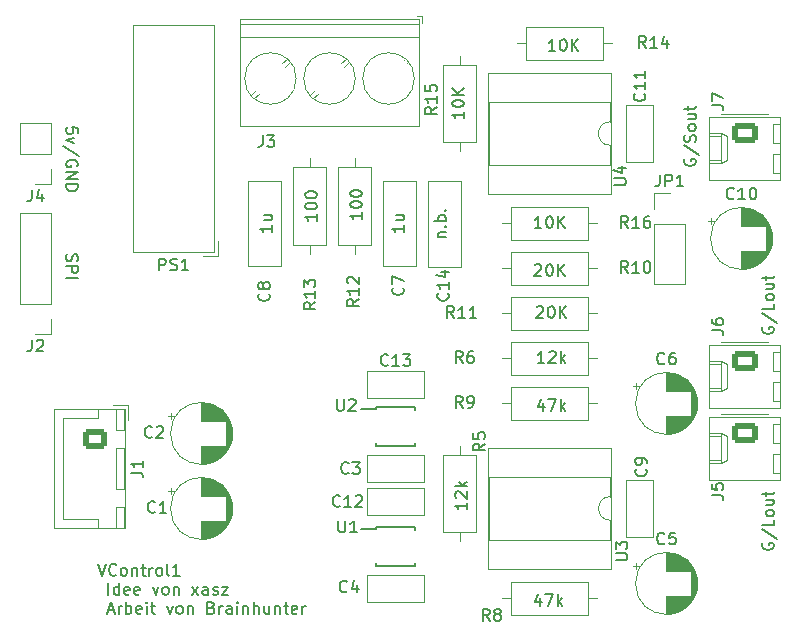
<source format=gto>
G04 #@! TF.GenerationSoftware,KiCad,Pcbnew,(6.0.0)*
G04 #@! TF.CreationDate,2022-02-13T20:01:41+01:00*
G04 #@! TF.ProjectId,VolumeControl,566f6c75-6d65-4436-9f6e-74726f6c2e6b,rev?*
G04 #@! TF.SameCoordinates,Original*
G04 #@! TF.FileFunction,Legend,Top*
G04 #@! TF.FilePolarity,Positive*
%FSLAX46Y46*%
G04 Gerber Fmt 4.6, Leading zero omitted, Abs format (unit mm)*
G04 Created by KiCad (PCBNEW (6.0.0)) date 2022-02-13 20:01:41*
%MOMM*%
%LPD*%
G01*
G04 APERTURE LIST*
G04 Aperture macros list*
%AMRoundRect*
0 Rectangle with rounded corners*
0 $1 Rounding radius*
0 $2 $3 $4 $5 $6 $7 $8 $9 X,Y pos of 4 corners*
0 Add a 4 corners polygon primitive as box body*
4,1,4,$2,$3,$4,$5,$6,$7,$8,$9,$2,$3,0*
0 Add four circle primitives for the rounded corners*
1,1,$1+$1,$2,$3*
1,1,$1+$1,$4,$5*
1,1,$1+$1,$6,$7*
1,1,$1+$1,$8,$9*
0 Add four rect primitives between the rounded corners*
20,1,$1+$1,$2,$3,$4,$5,0*
20,1,$1+$1,$4,$5,$6,$7,0*
20,1,$1+$1,$6,$7,$8,$9,0*
20,1,$1+$1,$8,$9,$2,$3,0*%
G04 Aperture macros list end*
%ADD10C,0.150000*%
%ADD11C,0.120000*%
%ADD12O,1.600000X1.600000*%
%ADD13R,1.600000X1.600000*%
%ADD14C,1.400000*%
%ADD15C,1.600000*%
%ADD16R,1.700000X1.700000*%
%ADD17O,1.700000X1.700000*%
%ADD18RoundRect,0.250000X-0.725000X0.600000X-0.725000X-0.600000X0.725000X-0.600000X0.725000X0.600000X0*%
%ADD19O,1.950000X1.700000*%
%ADD20RoundRect,0.250000X-0.845000X0.620000X-0.845000X-0.620000X0.845000X-0.620000X0.845000X0.620000X0*%
%ADD21O,2.190000X1.740000*%
%ADD22R,1.400000X0.300000*%
%ADD23C,3.200000*%
%ADD24R,1.850000X1.850000*%
%ADD25C,1.850000*%
%ADD26R,2.600000X2.600000*%
%ADD27C,2.600000*%
G04 APERTURE END LIST*
D10*
X82910000Y-27148595D02*
X82862380Y-27243833D01*
X82862380Y-27386690D01*
X82910000Y-27529547D01*
X83005238Y-27624785D01*
X83100476Y-27672404D01*
X83290952Y-27720023D01*
X83433809Y-27720023D01*
X83624285Y-27672404D01*
X83719523Y-27624785D01*
X83814761Y-27529547D01*
X83862380Y-27386690D01*
X83862380Y-27291452D01*
X83814761Y-27148595D01*
X83767142Y-27100976D01*
X83433809Y-27100976D01*
X83433809Y-27291452D01*
X82814761Y-25958119D02*
X84100476Y-26815261D01*
X83814761Y-25672404D02*
X83862380Y-25529547D01*
X83862380Y-25291452D01*
X83814761Y-25196214D01*
X83767142Y-25148595D01*
X83671904Y-25100976D01*
X83576666Y-25100976D01*
X83481428Y-25148595D01*
X83433809Y-25196214D01*
X83386190Y-25291452D01*
X83338571Y-25481928D01*
X83290952Y-25577166D01*
X83243333Y-25624785D01*
X83148095Y-25672404D01*
X83052857Y-25672404D01*
X82957619Y-25624785D01*
X82910000Y-25577166D01*
X82862380Y-25481928D01*
X82862380Y-25243833D01*
X82910000Y-25100976D01*
X83862380Y-24529547D02*
X83814761Y-24624785D01*
X83767142Y-24672404D01*
X83671904Y-24720023D01*
X83386190Y-24720023D01*
X83290952Y-24672404D01*
X83243333Y-24624785D01*
X83195714Y-24529547D01*
X83195714Y-24386690D01*
X83243333Y-24291452D01*
X83290952Y-24243833D01*
X83386190Y-24196214D01*
X83671904Y-24196214D01*
X83767142Y-24243833D01*
X83814761Y-24291452D01*
X83862380Y-24386690D01*
X83862380Y-24529547D01*
X83195714Y-23339071D02*
X83862380Y-23339071D01*
X83195714Y-23767642D02*
X83719523Y-23767642D01*
X83814761Y-23720023D01*
X83862380Y-23624785D01*
X83862380Y-23481928D01*
X83814761Y-23386690D01*
X83767142Y-23339071D01*
X83195714Y-23005738D02*
X83195714Y-22624785D01*
X82862380Y-22862880D02*
X83719523Y-22862880D01*
X83814761Y-22815261D01*
X83862380Y-22720023D01*
X83862380Y-22624785D01*
X33212738Y-61410380D02*
X33546071Y-62410380D01*
X33879404Y-61410380D01*
X34784166Y-62315142D02*
X34736547Y-62362761D01*
X34593690Y-62410380D01*
X34498452Y-62410380D01*
X34355595Y-62362761D01*
X34260357Y-62267523D01*
X34212738Y-62172285D01*
X34165119Y-61981809D01*
X34165119Y-61838952D01*
X34212738Y-61648476D01*
X34260357Y-61553238D01*
X34355595Y-61458000D01*
X34498452Y-61410380D01*
X34593690Y-61410380D01*
X34736547Y-61458000D01*
X34784166Y-61505619D01*
X35355595Y-62410380D02*
X35260357Y-62362761D01*
X35212738Y-62315142D01*
X35165119Y-62219904D01*
X35165119Y-61934190D01*
X35212738Y-61838952D01*
X35260357Y-61791333D01*
X35355595Y-61743714D01*
X35498452Y-61743714D01*
X35593690Y-61791333D01*
X35641309Y-61838952D01*
X35688928Y-61934190D01*
X35688928Y-62219904D01*
X35641309Y-62315142D01*
X35593690Y-62362761D01*
X35498452Y-62410380D01*
X35355595Y-62410380D01*
X36117500Y-61743714D02*
X36117500Y-62410380D01*
X36117500Y-61838952D02*
X36165119Y-61791333D01*
X36260357Y-61743714D01*
X36403214Y-61743714D01*
X36498452Y-61791333D01*
X36546071Y-61886571D01*
X36546071Y-62410380D01*
X36879404Y-61743714D02*
X37260357Y-61743714D01*
X37022261Y-61410380D02*
X37022261Y-62267523D01*
X37069880Y-62362761D01*
X37165119Y-62410380D01*
X37260357Y-62410380D01*
X37593690Y-62410380D02*
X37593690Y-61743714D01*
X37593690Y-61934190D02*
X37641309Y-61838952D01*
X37688928Y-61791333D01*
X37784166Y-61743714D01*
X37879404Y-61743714D01*
X38355595Y-62410380D02*
X38260357Y-62362761D01*
X38212738Y-62315142D01*
X38165119Y-62219904D01*
X38165119Y-61934190D01*
X38212738Y-61838952D01*
X38260357Y-61791333D01*
X38355595Y-61743714D01*
X38498452Y-61743714D01*
X38593690Y-61791333D01*
X38641309Y-61838952D01*
X38688928Y-61934190D01*
X38688928Y-62219904D01*
X38641309Y-62315142D01*
X38593690Y-62362761D01*
X38498452Y-62410380D01*
X38355595Y-62410380D01*
X39260357Y-62410380D02*
X39165119Y-62362761D01*
X39117500Y-62267523D01*
X39117500Y-61410380D01*
X40165119Y-62410380D02*
X39593690Y-62410380D01*
X39879404Y-62410380D02*
X39879404Y-61410380D01*
X39784166Y-61553238D01*
X39688928Y-61648476D01*
X39593690Y-61696095D01*
X34117500Y-64020380D02*
X34117500Y-63020380D01*
X35022261Y-64020380D02*
X35022261Y-63020380D01*
X35022261Y-63972761D02*
X34927023Y-64020380D01*
X34736547Y-64020380D01*
X34641309Y-63972761D01*
X34593690Y-63925142D01*
X34546071Y-63829904D01*
X34546071Y-63544190D01*
X34593690Y-63448952D01*
X34641309Y-63401333D01*
X34736547Y-63353714D01*
X34927023Y-63353714D01*
X35022261Y-63401333D01*
X35879404Y-63972761D02*
X35784166Y-64020380D01*
X35593690Y-64020380D01*
X35498452Y-63972761D01*
X35450833Y-63877523D01*
X35450833Y-63496571D01*
X35498452Y-63401333D01*
X35593690Y-63353714D01*
X35784166Y-63353714D01*
X35879404Y-63401333D01*
X35927023Y-63496571D01*
X35927023Y-63591809D01*
X35450833Y-63687047D01*
X36736547Y-63972761D02*
X36641309Y-64020380D01*
X36450833Y-64020380D01*
X36355595Y-63972761D01*
X36307976Y-63877523D01*
X36307976Y-63496571D01*
X36355595Y-63401333D01*
X36450833Y-63353714D01*
X36641309Y-63353714D01*
X36736547Y-63401333D01*
X36784166Y-63496571D01*
X36784166Y-63591809D01*
X36307976Y-63687047D01*
X37879404Y-63353714D02*
X38117500Y-64020380D01*
X38355595Y-63353714D01*
X38879404Y-64020380D02*
X38784166Y-63972761D01*
X38736547Y-63925142D01*
X38688928Y-63829904D01*
X38688928Y-63544190D01*
X38736547Y-63448952D01*
X38784166Y-63401333D01*
X38879404Y-63353714D01*
X39022261Y-63353714D01*
X39117500Y-63401333D01*
X39165119Y-63448952D01*
X39212738Y-63544190D01*
X39212738Y-63829904D01*
X39165119Y-63925142D01*
X39117500Y-63972761D01*
X39022261Y-64020380D01*
X38879404Y-64020380D01*
X39641309Y-63353714D02*
X39641309Y-64020380D01*
X39641309Y-63448952D02*
X39688928Y-63401333D01*
X39784166Y-63353714D01*
X39927023Y-63353714D01*
X40022261Y-63401333D01*
X40069880Y-63496571D01*
X40069880Y-64020380D01*
X41212738Y-64020380D02*
X41736547Y-63353714D01*
X41212738Y-63353714D02*
X41736547Y-64020380D01*
X42546071Y-64020380D02*
X42546071Y-63496571D01*
X42498452Y-63401333D01*
X42403214Y-63353714D01*
X42212738Y-63353714D01*
X42117500Y-63401333D01*
X42546071Y-63972761D02*
X42450833Y-64020380D01*
X42212738Y-64020380D01*
X42117500Y-63972761D01*
X42069880Y-63877523D01*
X42069880Y-63782285D01*
X42117500Y-63687047D01*
X42212738Y-63639428D01*
X42450833Y-63639428D01*
X42546071Y-63591809D01*
X42974642Y-63972761D02*
X43069880Y-64020380D01*
X43260357Y-64020380D01*
X43355595Y-63972761D01*
X43403214Y-63877523D01*
X43403214Y-63829904D01*
X43355595Y-63734666D01*
X43260357Y-63687047D01*
X43117500Y-63687047D01*
X43022261Y-63639428D01*
X42974642Y-63544190D01*
X42974642Y-63496571D01*
X43022261Y-63401333D01*
X43117500Y-63353714D01*
X43260357Y-63353714D01*
X43355595Y-63401333D01*
X43736547Y-63353714D02*
X44260357Y-63353714D01*
X43736547Y-64020380D01*
X44260357Y-64020380D01*
X34069880Y-65344666D02*
X34546071Y-65344666D01*
X33974642Y-65630380D02*
X34307976Y-64630380D01*
X34641309Y-65630380D01*
X34974642Y-65630380D02*
X34974642Y-64963714D01*
X34974642Y-65154190D02*
X35022261Y-65058952D01*
X35069880Y-65011333D01*
X35165119Y-64963714D01*
X35260357Y-64963714D01*
X35593690Y-65630380D02*
X35593690Y-64630380D01*
X35593690Y-65011333D02*
X35688928Y-64963714D01*
X35879404Y-64963714D01*
X35974642Y-65011333D01*
X36022261Y-65058952D01*
X36069880Y-65154190D01*
X36069880Y-65439904D01*
X36022261Y-65535142D01*
X35974642Y-65582761D01*
X35879404Y-65630380D01*
X35688928Y-65630380D01*
X35593690Y-65582761D01*
X36879404Y-65582761D02*
X36784166Y-65630380D01*
X36593690Y-65630380D01*
X36498452Y-65582761D01*
X36450833Y-65487523D01*
X36450833Y-65106571D01*
X36498452Y-65011333D01*
X36593690Y-64963714D01*
X36784166Y-64963714D01*
X36879404Y-65011333D01*
X36927023Y-65106571D01*
X36927023Y-65201809D01*
X36450833Y-65297047D01*
X37355595Y-65630380D02*
X37355595Y-64963714D01*
X37355595Y-64630380D02*
X37307976Y-64678000D01*
X37355595Y-64725619D01*
X37403214Y-64678000D01*
X37355595Y-64630380D01*
X37355595Y-64725619D01*
X37688928Y-64963714D02*
X38069880Y-64963714D01*
X37831785Y-64630380D02*
X37831785Y-65487523D01*
X37879404Y-65582761D01*
X37974642Y-65630380D01*
X38069880Y-65630380D01*
X39069880Y-64963714D02*
X39307976Y-65630380D01*
X39546071Y-64963714D01*
X40069880Y-65630380D02*
X39974642Y-65582761D01*
X39927023Y-65535142D01*
X39879404Y-65439904D01*
X39879404Y-65154190D01*
X39927023Y-65058952D01*
X39974642Y-65011333D01*
X40069880Y-64963714D01*
X40212738Y-64963714D01*
X40307976Y-65011333D01*
X40355595Y-65058952D01*
X40403214Y-65154190D01*
X40403214Y-65439904D01*
X40355595Y-65535142D01*
X40307976Y-65582761D01*
X40212738Y-65630380D01*
X40069880Y-65630380D01*
X40831785Y-64963714D02*
X40831785Y-65630380D01*
X40831785Y-65058952D02*
X40879404Y-65011333D01*
X40974642Y-64963714D01*
X41117500Y-64963714D01*
X41212738Y-65011333D01*
X41260357Y-65106571D01*
X41260357Y-65630380D01*
X42831785Y-65106571D02*
X42974642Y-65154190D01*
X43022261Y-65201809D01*
X43069880Y-65297047D01*
X43069880Y-65439904D01*
X43022261Y-65535142D01*
X42974642Y-65582761D01*
X42879404Y-65630380D01*
X42498452Y-65630380D01*
X42498452Y-64630380D01*
X42831785Y-64630380D01*
X42927023Y-64678000D01*
X42974642Y-64725619D01*
X43022261Y-64820857D01*
X43022261Y-64916095D01*
X42974642Y-65011333D01*
X42927023Y-65058952D01*
X42831785Y-65106571D01*
X42498452Y-65106571D01*
X43498452Y-65630380D02*
X43498452Y-64963714D01*
X43498452Y-65154190D02*
X43546071Y-65058952D01*
X43593690Y-65011333D01*
X43688928Y-64963714D01*
X43784166Y-64963714D01*
X44546071Y-65630380D02*
X44546071Y-65106571D01*
X44498452Y-65011333D01*
X44403214Y-64963714D01*
X44212738Y-64963714D01*
X44117500Y-65011333D01*
X44546071Y-65582761D02*
X44450833Y-65630380D01*
X44212738Y-65630380D01*
X44117500Y-65582761D01*
X44069880Y-65487523D01*
X44069880Y-65392285D01*
X44117500Y-65297047D01*
X44212738Y-65249428D01*
X44450833Y-65249428D01*
X44546071Y-65201809D01*
X45022261Y-65630380D02*
X45022261Y-64963714D01*
X45022261Y-64630380D02*
X44974642Y-64678000D01*
X45022261Y-64725619D01*
X45069880Y-64678000D01*
X45022261Y-64630380D01*
X45022261Y-64725619D01*
X45498452Y-64963714D02*
X45498452Y-65630380D01*
X45498452Y-65058952D02*
X45546071Y-65011333D01*
X45641309Y-64963714D01*
X45784166Y-64963714D01*
X45879404Y-65011333D01*
X45927023Y-65106571D01*
X45927023Y-65630380D01*
X46403214Y-65630380D02*
X46403214Y-64630380D01*
X46831785Y-65630380D02*
X46831785Y-65106571D01*
X46784166Y-65011333D01*
X46688928Y-64963714D01*
X46546071Y-64963714D01*
X46450833Y-65011333D01*
X46403214Y-65058952D01*
X47736547Y-64963714D02*
X47736547Y-65630380D01*
X47307976Y-64963714D02*
X47307976Y-65487523D01*
X47355595Y-65582761D01*
X47450833Y-65630380D01*
X47593690Y-65630380D01*
X47688928Y-65582761D01*
X47736547Y-65535142D01*
X48212738Y-64963714D02*
X48212738Y-65630380D01*
X48212738Y-65058952D02*
X48260357Y-65011333D01*
X48355595Y-64963714D01*
X48498452Y-64963714D01*
X48593690Y-65011333D01*
X48641309Y-65106571D01*
X48641309Y-65630380D01*
X48974642Y-64963714D02*
X49355595Y-64963714D01*
X49117500Y-64630380D02*
X49117500Y-65487523D01*
X49165119Y-65582761D01*
X49260357Y-65630380D01*
X49355595Y-65630380D01*
X50069880Y-65582761D02*
X49974642Y-65630380D01*
X49784166Y-65630380D01*
X49688928Y-65582761D01*
X49641309Y-65487523D01*
X49641309Y-65106571D01*
X49688928Y-65011333D01*
X49784166Y-64963714D01*
X49974642Y-64963714D01*
X50069880Y-65011333D01*
X50117500Y-65106571D01*
X50117500Y-65201809D01*
X49641309Y-65297047D01*
X50546071Y-65630380D02*
X50546071Y-64963714D01*
X50546071Y-65154190D02*
X50593690Y-65058952D01*
X50641309Y-65011333D01*
X50736547Y-64963714D01*
X50831785Y-64963714D01*
X30583238Y-35212976D02*
X30535619Y-35355833D01*
X30535619Y-35593928D01*
X30583238Y-35689166D01*
X30630857Y-35736785D01*
X30726095Y-35784404D01*
X30821333Y-35784404D01*
X30916571Y-35736785D01*
X30964190Y-35689166D01*
X31011809Y-35593928D01*
X31059428Y-35403452D01*
X31107047Y-35308214D01*
X31154666Y-35260595D01*
X31249904Y-35212976D01*
X31345142Y-35212976D01*
X31440380Y-35260595D01*
X31488000Y-35308214D01*
X31535619Y-35403452D01*
X31535619Y-35641547D01*
X31488000Y-35784404D01*
X30535619Y-36212976D02*
X31535619Y-36212976D01*
X31535619Y-36593928D01*
X31488000Y-36689166D01*
X31440380Y-36736785D01*
X31345142Y-36784404D01*
X31202285Y-36784404D01*
X31107047Y-36736785D01*
X31059428Y-36689166D01*
X31011809Y-36593928D01*
X31011809Y-36212976D01*
X30535619Y-37212976D02*
X31535619Y-37212976D01*
X89514000Y-41372595D02*
X89466380Y-41467833D01*
X89466380Y-41610690D01*
X89514000Y-41753547D01*
X89609238Y-41848785D01*
X89704476Y-41896404D01*
X89894952Y-41944023D01*
X90037809Y-41944023D01*
X90228285Y-41896404D01*
X90323523Y-41848785D01*
X90418761Y-41753547D01*
X90466380Y-41610690D01*
X90466380Y-41515452D01*
X90418761Y-41372595D01*
X90371142Y-41324976D01*
X90037809Y-41324976D01*
X90037809Y-41515452D01*
X89418761Y-40182119D02*
X90704476Y-41039261D01*
X90466380Y-39372595D02*
X90466380Y-39848785D01*
X89466380Y-39848785D01*
X90466380Y-38896404D02*
X90418761Y-38991642D01*
X90371142Y-39039261D01*
X90275904Y-39086880D01*
X89990190Y-39086880D01*
X89894952Y-39039261D01*
X89847333Y-38991642D01*
X89799714Y-38896404D01*
X89799714Y-38753547D01*
X89847333Y-38658309D01*
X89894952Y-38610690D01*
X89990190Y-38563071D01*
X90275904Y-38563071D01*
X90371142Y-38610690D01*
X90418761Y-38658309D01*
X90466380Y-38753547D01*
X90466380Y-38896404D01*
X89799714Y-37705928D02*
X90466380Y-37705928D01*
X89799714Y-38134500D02*
X90323523Y-38134500D01*
X90418761Y-38086880D01*
X90466380Y-37991642D01*
X90466380Y-37848785D01*
X90418761Y-37753547D01*
X90371142Y-37705928D01*
X89799714Y-37372595D02*
X89799714Y-36991642D01*
X89466380Y-37229738D02*
X90323523Y-37229738D01*
X90418761Y-37182119D01*
X90466380Y-37086880D01*
X90466380Y-36991642D01*
X31535619Y-24941785D02*
X31535619Y-24465595D01*
X31059428Y-24417976D01*
X31107047Y-24465595D01*
X31154666Y-24560833D01*
X31154666Y-24798928D01*
X31107047Y-24894166D01*
X31059428Y-24941785D01*
X30964190Y-24989404D01*
X30726095Y-24989404D01*
X30630857Y-24941785D01*
X30583238Y-24894166D01*
X30535619Y-24798928D01*
X30535619Y-24560833D01*
X30583238Y-24465595D01*
X30630857Y-24417976D01*
X31202285Y-25322738D02*
X30535619Y-25560833D01*
X31202285Y-25798928D01*
X31583238Y-26894166D02*
X30297523Y-26037023D01*
X31488000Y-27751309D02*
X31535619Y-27656071D01*
X31535619Y-27513214D01*
X31488000Y-27370357D01*
X31392761Y-27275119D01*
X31297523Y-27227500D01*
X31107047Y-27179880D01*
X30964190Y-27179880D01*
X30773714Y-27227500D01*
X30678476Y-27275119D01*
X30583238Y-27370357D01*
X30535619Y-27513214D01*
X30535619Y-27608452D01*
X30583238Y-27751309D01*
X30630857Y-27798928D01*
X30964190Y-27798928D01*
X30964190Y-27608452D01*
X30535619Y-28227500D02*
X31535619Y-28227500D01*
X30535619Y-28798928D01*
X31535619Y-28798928D01*
X30535619Y-29275119D02*
X31535619Y-29275119D01*
X31535619Y-29513214D01*
X31488000Y-29656071D01*
X31392761Y-29751309D01*
X31297523Y-29798928D01*
X31107047Y-29846547D01*
X30964190Y-29846547D01*
X30773714Y-29798928D01*
X30678476Y-29751309D01*
X30583238Y-29656071D01*
X30535619Y-29513214D01*
X30535619Y-29275119D01*
X89514000Y-59660595D02*
X89466380Y-59755833D01*
X89466380Y-59898690D01*
X89514000Y-60041547D01*
X89609238Y-60136785D01*
X89704476Y-60184404D01*
X89894952Y-60232023D01*
X90037809Y-60232023D01*
X90228285Y-60184404D01*
X90323523Y-60136785D01*
X90418761Y-60041547D01*
X90466380Y-59898690D01*
X90466380Y-59803452D01*
X90418761Y-59660595D01*
X90371142Y-59612976D01*
X90037809Y-59612976D01*
X90037809Y-59803452D01*
X89418761Y-58470119D02*
X90704476Y-59327261D01*
X90466380Y-57660595D02*
X90466380Y-58136785D01*
X89466380Y-58136785D01*
X90466380Y-57184404D02*
X90418761Y-57279642D01*
X90371142Y-57327261D01*
X90275904Y-57374880D01*
X89990190Y-57374880D01*
X89894952Y-57327261D01*
X89847333Y-57279642D01*
X89799714Y-57184404D01*
X89799714Y-57041547D01*
X89847333Y-56946309D01*
X89894952Y-56898690D01*
X89990190Y-56851071D01*
X90275904Y-56851071D01*
X90371142Y-56898690D01*
X90418761Y-56946309D01*
X90466380Y-57041547D01*
X90466380Y-57184404D01*
X89799714Y-55993928D02*
X90466380Y-55993928D01*
X89799714Y-56422500D02*
X90323523Y-56422500D01*
X90418761Y-56374880D01*
X90466380Y-56279642D01*
X90466380Y-56136785D01*
X90418761Y-56041547D01*
X90371142Y-55993928D01*
X89799714Y-55660595D02*
X89799714Y-55279642D01*
X89466380Y-55517738D02*
X90323523Y-55517738D01*
X90418761Y-55470119D01*
X90466380Y-55374880D01*
X90466380Y-55279642D01*
G04 #@! TO.C,U3*
X77064380Y-61086904D02*
X77873904Y-61086904D01*
X77969142Y-61039285D01*
X78016761Y-60991666D01*
X78064380Y-60896428D01*
X78064380Y-60705952D01*
X78016761Y-60610714D01*
X77969142Y-60563095D01*
X77873904Y-60515476D01*
X77064380Y-60515476D01*
X77064380Y-60134523D02*
X77064380Y-59515476D01*
X77445333Y-59848809D01*
X77445333Y-59705952D01*
X77492952Y-59610714D01*
X77540571Y-59563095D01*
X77635809Y-59515476D01*
X77873904Y-59515476D01*
X77969142Y-59563095D01*
X78016761Y-59610714D01*
X78064380Y-59705952D01*
X78064380Y-59991666D01*
X78016761Y-60086904D01*
X77969142Y-60134523D01*
G04 #@! TO.C,C13*
X57777142Y-44553142D02*
X57729523Y-44600761D01*
X57586666Y-44648380D01*
X57491428Y-44648380D01*
X57348571Y-44600761D01*
X57253333Y-44505523D01*
X57205714Y-44410285D01*
X57158095Y-44219809D01*
X57158095Y-44076952D01*
X57205714Y-43886476D01*
X57253333Y-43791238D01*
X57348571Y-43696000D01*
X57491428Y-43648380D01*
X57586666Y-43648380D01*
X57729523Y-43696000D01*
X57777142Y-43743619D01*
X58729523Y-44648380D02*
X58158095Y-44648380D01*
X58443809Y-44648380D02*
X58443809Y-43648380D01*
X58348571Y-43791238D01*
X58253333Y-43886476D01*
X58158095Y-43934095D01*
X59062857Y-43648380D02*
X59681904Y-43648380D01*
X59348571Y-44029333D01*
X59491428Y-44029333D01*
X59586666Y-44076952D01*
X59634285Y-44124571D01*
X59681904Y-44219809D01*
X59681904Y-44457904D01*
X59634285Y-44553142D01*
X59586666Y-44600761D01*
X59491428Y-44648380D01*
X59205714Y-44648380D01*
X59110476Y-44600761D01*
X59062857Y-44553142D01*
G04 #@! TO.C,R8*
X66381333Y-66238380D02*
X66048000Y-65762190D01*
X65809904Y-66238380D02*
X65809904Y-65238380D01*
X66190857Y-65238380D01*
X66286095Y-65286000D01*
X66333714Y-65333619D01*
X66381333Y-65428857D01*
X66381333Y-65571714D01*
X66333714Y-65666952D01*
X66286095Y-65714571D01*
X66190857Y-65762190D01*
X65809904Y-65762190D01*
X66952761Y-65666952D02*
X66857523Y-65619333D01*
X66809904Y-65571714D01*
X66762285Y-65476476D01*
X66762285Y-65428857D01*
X66809904Y-65333619D01*
X66857523Y-65286000D01*
X66952761Y-65238380D01*
X67143238Y-65238380D01*
X67238476Y-65286000D01*
X67286095Y-65333619D01*
X67333714Y-65428857D01*
X67333714Y-65476476D01*
X67286095Y-65571714D01*
X67238476Y-65619333D01*
X67143238Y-65666952D01*
X66952761Y-65666952D01*
X66857523Y-65714571D01*
X66809904Y-65762190D01*
X66762285Y-65857428D01*
X66762285Y-66047904D01*
X66809904Y-66143142D01*
X66857523Y-66190761D01*
X66952761Y-66238380D01*
X67143238Y-66238380D01*
X67238476Y-66190761D01*
X67286095Y-66143142D01*
X67333714Y-66047904D01*
X67333714Y-65857428D01*
X67286095Y-65762190D01*
X67238476Y-65714571D01*
X67143238Y-65666952D01*
X70683523Y-64301714D02*
X70683523Y-64968380D01*
X70445428Y-63920761D02*
X70207333Y-64635047D01*
X70826380Y-64635047D01*
X71112095Y-63968380D02*
X71778761Y-63968380D01*
X71350190Y-64968380D01*
X72159714Y-64968380D02*
X72159714Y-63968380D01*
X72254952Y-64587428D02*
X72540666Y-64968380D01*
X72540666Y-64301714D02*
X72159714Y-64682666D01*
G04 #@! TO.C,JP1*
X80798666Y-28447380D02*
X80798666Y-29161666D01*
X80751047Y-29304523D01*
X80655809Y-29399761D01*
X80512952Y-29447380D01*
X80417714Y-29447380D01*
X81274857Y-29447380D02*
X81274857Y-28447380D01*
X81655809Y-28447380D01*
X81751047Y-28495000D01*
X81798666Y-28542619D01*
X81846285Y-28637857D01*
X81846285Y-28780714D01*
X81798666Y-28875952D01*
X81751047Y-28923571D01*
X81655809Y-28971190D01*
X81274857Y-28971190D01*
X82798666Y-29447380D02*
X82227238Y-29447380D01*
X82512952Y-29447380D02*
X82512952Y-28447380D01*
X82417714Y-28590238D01*
X82322476Y-28685476D01*
X82227238Y-28733095D01*
G04 #@! TO.C,C3*
X54443333Y-53697142D02*
X54395714Y-53744761D01*
X54252857Y-53792380D01*
X54157619Y-53792380D01*
X54014761Y-53744761D01*
X53919523Y-53649523D01*
X53871904Y-53554285D01*
X53824285Y-53363809D01*
X53824285Y-53220952D01*
X53871904Y-53030476D01*
X53919523Y-52935238D01*
X54014761Y-52840000D01*
X54157619Y-52792380D01*
X54252857Y-52792380D01*
X54395714Y-52840000D01*
X54443333Y-52887619D01*
X54776666Y-52792380D02*
X55395714Y-52792380D01*
X55062380Y-53173333D01*
X55205238Y-53173333D01*
X55300476Y-53220952D01*
X55348095Y-53268571D01*
X55395714Y-53363809D01*
X55395714Y-53601904D01*
X55348095Y-53697142D01*
X55300476Y-53744761D01*
X55205238Y-53792380D01*
X54919523Y-53792380D01*
X54824285Y-53744761D01*
X54776666Y-53697142D01*
G04 #@! TO.C,R10*
X78097142Y-36774380D02*
X77763809Y-36298190D01*
X77525714Y-36774380D02*
X77525714Y-35774380D01*
X77906666Y-35774380D01*
X78001904Y-35822000D01*
X78049523Y-35869619D01*
X78097142Y-35964857D01*
X78097142Y-36107714D01*
X78049523Y-36202952D01*
X78001904Y-36250571D01*
X77906666Y-36298190D01*
X77525714Y-36298190D01*
X79049523Y-36774380D02*
X78478095Y-36774380D01*
X78763809Y-36774380D02*
X78763809Y-35774380D01*
X78668571Y-35917238D01*
X78573333Y-36012476D01*
X78478095Y-36060095D01*
X79668571Y-35774380D02*
X79763809Y-35774380D01*
X79859047Y-35822000D01*
X79906666Y-35869619D01*
X79954285Y-35964857D01*
X80001904Y-36155333D01*
X80001904Y-36393428D01*
X79954285Y-36583904D01*
X79906666Y-36679142D01*
X79859047Y-36726761D01*
X79763809Y-36774380D01*
X79668571Y-36774380D01*
X79573333Y-36726761D01*
X79525714Y-36679142D01*
X79478095Y-36583904D01*
X79430476Y-36393428D01*
X79430476Y-36155333D01*
X79478095Y-35964857D01*
X79525714Y-35869619D01*
X79573333Y-35822000D01*
X79668571Y-35774380D01*
X70210095Y-36123619D02*
X70257714Y-36076000D01*
X70352952Y-36028380D01*
X70591047Y-36028380D01*
X70686285Y-36076000D01*
X70733904Y-36123619D01*
X70781523Y-36218857D01*
X70781523Y-36314095D01*
X70733904Y-36456952D01*
X70162476Y-37028380D01*
X70781523Y-37028380D01*
X71400571Y-36028380D02*
X71495809Y-36028380D01*
X71591047Y-36076000D01*
X71638666Y-36123619D01*
X71686285Y-36218857D01*
X71733904Y-36409333D01*
X71733904Y-36647428D01*
X71686285Y-36837904D01*
X71638666Y-36933142D01*
X71591047Y-36980761D01*
X71495809Y-37028380D01*
X71400571Y-37028380D01*
X71305333Y-36980761D01*
X71257714Y-36933142D01*
X71210095Y-36837904D01*
X71162476Y-36647428D01*
X71162476Y-36409333D01*
X71210095Y-36218857D01*
X71257714Y-36123619D01*
X71305333Y-36076000D01*
X71400571Y-36028380D01*
X72162476Y-37028380D02*
X72162476Y-36028380D01*
X72733904Y-37028380D02*
X72305333Y-36456952D01*
X72733904Y-36028380D02*
X72162476Y-36599809D01*
G04 #@! TO.C,R6*
X64095333Y-44394380D02*
X63762000Y-43918190D01*
X63523904Y-44394380D02*
X63523904Y-43394380D01*
X63904857Y-43394380D01*
X64000095Y-43442000D01*
X64047714Y-43489619D01*
X64095333Y-43584857D01*
X64095333Y-43727714D01*
X64047714Y-43822952D01*
X64000095Y-43870571D01*
X63904857Y-43918190D01*
X63523904Y-43918190D01*
X64952476Y-43394380D02*
X64762000Y-43394380D01*
X64666761Y-43442000D01*
X64619142Y-43489619D01*
X64523904Y-43632476D01*
X64476285Y-43822952D01*
X64476285Y-44203904D01*
X64523904Y-44299142D01*
X64571523Y-44346761D01*
X64666761Y-44394380D01*
X64857238Y-44394380D01*
X64952476Y-44346761D01*
X65000095Y-44299142D01*
X65047714Y-44203904D01*
X65047714Y-43965809D01*
X65000095Y-43870571D01*
X64952476Y-43822952D01*
X64857238Y-43775333D01*
X64666761Y-43775333D01*
X64571523Y-43822952D01*
X64523904Y-43870571D01*
X64476285Y-43965809D01*
X71032761Y-44394380D02*
X70461333Y-44394380D01*
X70747047Y-44394380D02*
X70747047Y-43394380D01*
X70651809Y-43537238D01*
X70556571Y-43632476D01*
X70461333Y-43680095D01*
X71413714Y-43489619D02*
X71461333Y-43442000D01*
X71556571Y-43394380D01*
X71794666Y-43394380D01*
X71889904Y-43442000D01*
X71937523Y-43489619D01*
X71985142Y-43584857D01*
X71985142Y-43680095D01*
X71937523Y-43822952D01*
X71366095Y-44394380D01*
X71985142Y-44394380D01*
X72413714Y-44394380D02*
X72413714Y-43394380D01*
X72508952Y-44013428D02*
X72794666Y-44394380D01*
X72794666Y-43727714D02*
X72413714Y-44108666D01*
G04 #@! TO.C,R14*
X79621142Y-17724380D02*
X79287809Y-17248190D01*
X79049714Y-17724380D02*
X79049714Y-16724380D01*
X79430666Y-16724380D01*
X79525904Y-16772000D01*
X79573523Y-16819619D01*
X79621142Y-16914857D01*
X79621142Y-17057714D01*
X79573523Y-17152952D01*
X79525904Y-17200571D01*
X79430666Y-17248190D01*
X79049714Y-17248190D01*
X80573523Y-17724380D02*
X80002095Y-17724380D01*
X80287809Y-17724380D02*
X80287809Y-16724380D01*
X80192571Y-16867238D01*
X80097333Y-16962476D01*
X80002095Y-17010095D01*
X81430666Y-17057714D02*
X81430666Y-17724380D01*
X81192571Y-16676761D02*
X80954476Y-17391047D01*
X81573523Y-17391047D01*
X71953523Y-17978380D02*
X71382095Y-17978380D01*
X71667809Y-17978380D02*
X71667809Y-16978380D01*
X71572571Y-17121238D01*
X71477333Y-17216476D01*
X71382095Y-17264095D01*
X72572571Y-16978380D02*
X72667809Y-16978380D01*
X72763047Y-17026000D01*
X72810666Y-17073619D01*
X72858285Y-17168857D01*
X72905904Y-17359333D01*
X72905904Y-17597428D01*
X72858285Y-17787904D01*
X72810666Y-17883142D01*
X72763047Y-17930761D01*
X72667809Y-17978380D01*
X72572571Y-17978380D01*
X72477333Y-17930761D01*
X72429714Y-17883142D01*
X72382095Y-17787904D01*
X72334476Y-17597428D01*
X72334476Y-17359333D01*
X72382095Y-17168857D01*
X72429714Y-17073619D01*
X72477333Y-17026000D01*
X72572571Y-16978380D01*
X73334476Y-17978380D02*
X73334476Y-16978380D01*
X73905904Y-17978380D02*
X73477333Y-17406952D01*
X73905904Y-16978380D02*
X73334476Y-17549809D01*
G04 #@! TO.C,C6*
X81195333Y-44427142D02*
X81147714Y-44474761D01*
X81004857Y-44522380D01*
X80909619Y-44522380D01*
X80766761Y-44474761D01*
X80671523Y-44379523D01*
X80623904Y-44284285D01*
X80576285Y-44093809D01*
X80576285Y-43950952D01*
X80623904Y-43760476D01*
X80671523Y-43665238D01*
X80766761Y-43570000D01*
X80909619Y-43522380D01*
X81004857Y-43522380D01*
X81147714Y-43570000D01*
X81195333Y-43617619D01*
X82052476Y-43522380D02*
X81862000Y-43522380D01*
X81766761Y-43570000D01*
X81719142Y-43617619D01*
X81623904Y-43760476D01*
X81576285Y-43950952D01*
X81576285Y-44331904D01*
X81623904Y-44427142D01*
X81671523Y-44474761D01*
X81766761Y-44522380D01*
X81957238Y-44522380D01*
X82052476Y-44474761D01*
X82100095Y-44427142D01*
X82147714Y-44331904D01*
X82147714Y-44093809D01*
X82100095Y-43998571D01*
X82052476Y-43950952D01*
X81957238Y-43903333D01*
X81766761Y-43903333D01*
X81671523Y-43950952D01*
X81623904Y-43998571D01*
X81576285Y-44093809D01*
G04 #@! TO.C,J1*
X36022380Y-53673333D02*
X36736666Y-53673333D01*
X36879523Y-53720952D01*
X36974761Y-53816190D01*
X37022380Y-53959047D01*
X37022380Y-54054285D01*
X37022380Y-52673333D02*
X37022380Y-53244761D01*
X37022380Y-52959047D02*
X36022380Y-52959047D01*
X36165238Y-53054285D01*
X36260476Y-53149523D01*
X36308095Y-53244761D01*
G04 #@! TO.C,J4*
X27606666Y-29722380D02*
X27606666Y-30436666D01*
X27559047Y-30579523D01*
X27463809Y-30674761D01*
X27320952Y-30722380D01*
X27225714Y-30722380D01*
X28511428Y-30055714D02*
X28511428Y-30722380D01*
X28273333Y-29674761D02*
X28035238Y-30389047D01*
X28654285Y-30389047D01*
G04 #@! TO.C,J2*
X27606666Y-42422380D02*
X27606666Y-43136666D01*
X27559047Y-43279523D01*
X27463809Y-43374761D01*
X27320952Y-43422380D01*
X27225714Y-43422380D01*
X28035238Y-42517619D02*
X28082857Y-42470000D01*
X28178095Y-42422380D01*
X28416190Y-42422380D01*
X28511428Y-42470000D01*
X28559047Y-42517619D01*
X28606666Y-42612857D01*
X28606666Y-42708095D01*
X28559047Y-42850952D01*
X27987619Y-43422380D01*
X28606666Y-43422380D01*
G04 #@! TO.C,J7*
X85177380Y-22558333D02*
X85891666Y-22558333D01*
X86034523Y-22605952D01*
X86129761Y-22701190D01*
X86177380Y-22844047D01*
X86177380Y-22939285D01*
X85177380Y-22177380D02*
X85177380Y-21510714D01*
X86177380Y-21939285D01*
G04 #@! TO.C,J5*
X85177380Y-55578333D02*
X85891666Y-55578333D01*
X86034523Y-55625952D01*
X86129761Y-55721190D01*
X86177380Y-55864047D01*
X86177380Y-55959285D01*
X85177380Y-54625952D02*
X85177380Y-55102142D01*
X85653571Y-55149761D01*
X85605952Y-55102142D01*
X85558333Y-55006904D01*
X85558333Y-54768809D01*
X85605952Y-54673571D01*
X85653571Y-54625952D01*
X85748809Y-54578333D01*
X85986904Y-54578333D01*
X86082142Y-54625952D01*
X86129761Y-54673571D01*
X86177380Y-54768809D01*
X86177380Y-55006904D01*
X86129761Y-55102142D01*
X86082142Y-55149761D01*
G04 #@! TO.C,C12*
X53713142Y-56491142D02*
X53665523Y-56538761D01*
X53522666Y-56586380D01*
X53427428Y-56586380D01*
X53284571Y-56538761D01*
X53189333Y-56443523D01*
X53141714Y-56348285D01*
X53094095Y-56157809D01*
X53094095Y-56014952D01*
X53141714Y-55824476D01*
X53189333Y-55729238D01*
X53284571Y-55634000D01*
X53427428Y-55586380D01*
X53522666Y-55586380D01*
X53665523Y-55634000D01*
X53713142Y-55681619D01*
X54665523Y-56586380D02*
X54094095Y-56586380D01*
X54379809Y-56586380D02*
X54379809Y-55586380D01*
X54284571Y-55729238D01*
X54189333Y-55824476D01*
X54094095Y-55872095D01*
X55046476Y-55681619D02*
X55094095Y-55634000D01*
X55189333Y-55586380D01*
X55427428Y-55586380D01*
X55522666Y-55634000D01*
X55570285Y-55681619D01*
X55617904Y-55776857D01*
X55617904Y-55872095D01*
X55570285Y-56014952D01*
X54998857Y-56586380D01*
X55617904Y-56586380D01*
G04 #@! TO.C,C5*
X81195333Y-59667142D02*
X81147714Y-59714761D01*
X81004857Y-59762380D01*
X80909619Y-59762380D01*
X80766761Y-59714761D01*
X80671523Y-59619523D01*
X80623904Y-59524285D01*
X80576285Y-59333809D01*
X80576285Y-59190952D01*
X80623904Y-59000476D01*
X80671523Y-58905238D01*
X80766761Y-58810000D01*
X80909619Y-58762380D01*
X81004857Y-58762380D01*
X81147714Y-58810000D01*
X81195333Y-58857619D01*
X82100095Y-58762380D02*
X81623904Y-58762380D01*
X81576285Y-59238571D01*
X81623904Y-59190952D01*
X81719142Y-59143333D01*
X81957238Y-59143333D01*
X82052476Y-59190952D01*
X82100095Y-59238571D01*
X82147714Y-59333809D01*
X82147714Y-59571904D01*
X82100095Y-59667142D01*
X82052476Y-59714761D01*
X81957238Y-59762380D01*
X81719142Y-59762380D01*
X81623904Y-59714761D01*
X81576285Y-59667142D01*
G04 #@! TO.C,C8*
X47699142Y-38520666D02*
X47746761Y-38568285D01*
X47794380Y-38711142D01*
X47794380Y-38806380D01*
X47746761Y-38949238D01*
X47651523Y-39044476D01*
X47556285Y-39092095D01*
X47365809Y-39139714D01*
X47222952Y-39139714D01*
X47032476Y-39092095D01*
X46937238Y-39044476D01*
X46842000Y-38949238D01*
X46794380Y-38806380D01*
X46794380Y-38711142D01*
X46842000Y-38568285D01*
X46889619Y-38520666D01*
X47222952Y-37949238D02*
X47175333Y-38044476D01*
X47127714Y-38092095D01*
X47032476Y-38139714D01*
X46984857Y-38139714D01*
X46889619Y-38092095D01*
X46842000Y-38044476D01*
X46794380Y-37949238D01*
X46794380Y-37758761D01*
X46842000Y-37663523D01*
X46889619Y-37615904D01*
X46984857Y-37568285D01*
X47032476Y-37568285D01*
X47127714Y-37615904D01*
X47175333Y-37663523D01*
X47222952Y-37758761D01*
X47222952Y-37949238D01*
X47270571Y-38044476D01*
X47318190Y-38092095D01*
X47413428Y-38139714D01*
X47603904Y-38139714D01*
X47699142Y-38092095D01*
X47746761Y-38044476D01*
X47794380Y-37949238D01*
X47794380Y-37758761D01*
X47746761Y-37663523D01*
X47699142Y-37615904D01*
X47603904Y-37568285D01*
X47413428Y-37568285D01*
X47318190Y-37615904D01*
X47270571Y-37663523D01*
X47222952Y-37758761D01*
X47950380Y-32746666D02*
X47950380Y-33318095D01*
X47950380Y-33032380D02*
X46950380Y-33032380D01*
X47093238Y-33127619D01*
X47188476Y-33222857D01*
X47236095Y-33318095D01*
X47283714Y-31889523D02*
X47950380Y-31889523D01*
X47283714Y-32318095D02*
X47807523Y-32318095D01*
X47902761Y-32270476D01*
X47950380Y-32175238D01*
X47950380Y-32032380D01*
X47902761Y-31937142D01*
X47855142Y-31889523D01*
G04 #@! TO.C,U2*
X53467095Y-47458380D02*
X53467095Y-48267904D01*
X53514714Y-48363142D01*
X53562333Y-48410761D01*
X53657571Y-48458380D01*
X53848047Y-48458380D01*
X53943285Y-48410761D01*
X53990904Y-48363142D01*
X54038523Y-48267904D01*
X54038523Y-47458380D01*
X54467095Y-47553619D02*
X54514714Y-47506000D01*
X54609952Y-47458380D01*
X54848047Y-47458380D01*
X54943285Y-47506000D01*
X54990904Y-47553619D01*
X55038523Y-47648857D01*
X55038523Y-47744095D01*
X54990904Y-47886952D01*
X54419476Y-48458380D01*
X55038523Y-48458380D01*
G04 #@! TO.C,R15*
X61920380Y-22740857D02*
X61444190Y-23074190D01*
X61920380Y-23312285D02*
X60920380Y-23312285D01*
X60920380Y-22931333D01*
X60968000Y-22836095D01*
X61015619Y-22788476D01*
X61110857Y-22740857D01*
X61253714Y-22740857D01*
X61348952Y-22788476D01*
X61396571Y-22836095D01*
X61444190Y-22931333D01*
X61444190Y-23312285D01*
X61920380Y-21788476D02*
X61920380Y-22359904D01*
X61920380Y-22074190D02*
X60920380Y-22074190D01*
X61063238Y-22169428D01*
X61158476Y-22264666D01*
X61206095Y-22359904D01*
X60920380Y-20883714D02*
X60920380Y-21359904D01*
X61396571Y-21407523D01*
X61348952Y-21359904D01*
X61301333Y-21264666D01*
X61301333Y-21026571D01*
X61348952Y-20931333D01*
X61396571Y-20883714D01*
X61491809Y-20836095D01*
X61729904Y-20836095D01*
X61825142Y-20883714D01*
X61872761Y-20931333D01*
X61920380Y-21026571D01*
X61920380Y-21264666D01*
X61872761Y-21359904D01*
X61825142Y-21407523D01*
X64206380Y-23110476D02*
X64206380Y-23681904D01*
X64206380Y-23396190D02*
X63206380Y-23396190D01*
X63349238Y-23491428D01*
X63444476Y-23586666D01*
X63492095Y-23681904D01*
X63206380Y-22491428D02*
X63206380Y-22396190D01*
X63254000Y-22300952D01*
X63301619Y-22253333D01*
X63396857Y-22205714D01*
X63587333Y-22158095D01*
X63825428Y-22158095D01*
X64015904Y-22205714D01*
X64111142Y-22253333D01*
X64158761Y-22300952D01*
X64206380Y-22396190D01*
X64206380Y-22491428D01*
X64158761Y-22586666D01*
X64111142Y-22634285D01*
X64015904Y-22681904D01*
X63825428Y-22729523D01*
X63587333Y-22729523D01*
X63396857Y-22681904D01*
X63301619Y-22634285D01*
X63254000Y-22586666D01*
X63206380Y-22491428D01*
X64206380Y-21729523D02*
X63206380Y-21729523D01*
X64206380Y-21158095D02*
X63634952Y-21586666D01*
X63206380Y-21158095D02*
X63777809Y-21729523D01*
G04 #@! TO.C,C14*
X62841142Y-38488857D02*
X62888761Y-38536476D01*
X62936380Y-38679333D01*
X62936380Y-38774571D01*
X62888761Y-38917428D01*
X62793523Y-39012666D01*
X62698285Y-39060285D01*
X62507809Y-39107904D01*
X62364952Y-39107904D01*
X62174476Y-39060285D01*
X62079238Y-39012666D01*
X61984000Y-38917428D01*
X61936380Y-38774571D01*
X61936380Y-38679333D01*
X61984000Y-38536476D01*
X62031619Y-38488857D01*
X62936380Y-37536476D02*
X62936380Y-38107904D01*
X62936380Y-37822190D02*
X61936380Y-37822190D01*
X62079238Y-37917428D01*
X62174476Y-38012666D01*
X62222095Y-38107904D01*
X62269714Y-36679333D02*
X62936380Y-36679333D01*
X61888761Y-36917428D02*
X62603047Y-37155523D01*
X62603047Y-36536476D01*
X62015714Y-33762857D02*
X62682380Y-33762857D01*
X62110952Y-33762857D02*
X62063333Y-33715238D01*
X62015714Y-33620000D01*
X62015714Y-33477142D01*
X62063333Y-33381904D01*
X62158571Y-33334285D01*
X62682380Y-33334285D01*
X62587142Y-32858095D02*
X62634761Y-32810476D01*
X62682380Y-32858095D01*
X62634761Y-32905714D01*
X62587142Y-32858095D01*
X62682380Y-32858095D01*
X62682380Y-32381904D02*
X61682380Y-32381904D01*
X62063333Y-32381904D02*
X62015714Y-32286666D01*
X62015714Y-32096190D01*
X62063333Y-32000952D01*
X62110952Y-31953333D01*
X62206190Y-31905714D01*
X62491904Y-31905714D01*
X62587142Y-31953333D01*
X62634761Y-32000952D01*
X62682380Y-32096190D01*
X62682380Y-32286666D01*
X62634761Y-32381904D01*
X62587142Y-31477142D02*
X62634761Y-31429523D01*
X62682380Y-31477142D01*
X62634761Y-31524761D01*
X62587142Y-31477142D01*
X62682380Y-31477142D01*
G04 #@! TO.C,U4*
X76922380Y-29336904D02*
X77731904Y-29336904D01*
X77827142Y-29289285D01*
X77874761Y-29241666D01*
X77922380Y-29146428D01*
X77922380Y-28955952D01*
X77874761Y-28860714D01*
X77827142Y-28813095D01*
X77731904Y-28765476D01*
X76922380Y-28765476D01*
X77255714Y-27860714D02*
X77922380Y-27860714D01*
X76874761Y-28098809D02*
X77589047Y-28336904D01*
X77589047Y-27717857D01*
G04 #@! TO.C,C1*
X38060333Y-56999142D02*
X38012714Y-57046761D01*
X37869857Y-57094380D01*
X37774619Y-57094380D01*
X37631761Y-57046761D01*
X37536523Y-56951523D01*
X37488904Y-56856285D01*
X37441285Y-56665809D01*
X37441285Y-56522952D01*
X37488904Y-56332476D01*
X37536523Y-56237238D01*
X37631761Y-56142000D01*
X37774619Y-56094380D01*
X37869857Y-56094380D01*
X38012714Y-56142000D01*
X38060333Y-56189619D01*
X39012714Y-57094380D02*
X38441285Y-57094380D01*
X38727000Y-57094380D02*
X38727000Y-56094380D01*
X38631761Y-56237238D01*
X38536523Y-56332476D01*
X38441285Y-56380095D01*
G04 #@! TO.C,C2*
X37806333Y-50649142D02*
X37758714Y-50696761D01*
X37615857Y-50744380D01*
X37520619Y-50744380D01*
X37377761Y-50696761D01*
X37282523Y-50601523D01*
X37234904Y-50506285D01*
X37187285Y-50315809D01*
X37187285Y-50172952D01*
X37234904Y-49982476D01*
X37282523Y-49887238D01*
X37377761Y-49792000D01*
X37520619Y-49744380D01*
X37615857Y-49744380D01*
X37758714Y-49792000D01*
X37806333Y-49839619D01*
X38187285Y-49839619D02*
X38234904Y-49792000D01*
X38330142Y-49744380D01*
X38568238Y-49744380D01*
X38663476Y-49792000D01*
X38711095Y-49839619D01*
X38758714Y-49934857D01*
X38758714Y-50030095D01*
X38711095Y-50172952D01*
X38139666Y-50744380D01*
X38758714Y-50744380D01*
G04 #@! TO.C,R11*
X63365142Y-40584380D02*
X63031809Y-40108190D01*
X62793714Y-40584380D02*
X62793714Y-39584380D01*
X63174666Y-39584380D01*
X63269904Y-39632000D01*
X63317523Y-39679619D01*
X63365142Y-39774857D01*
X63365142Y-39917714D01*
X63317523Y-40012952D01*
X63269904Y-40060571D01*
X63174666Y-40108190D01*
X62793714Y-40108190D01*
X64317523Y-40584380D02*
X63746095Y-40584380D01*
X64031809Y-40584380D02*
X64031809Y-39584380D01*
X63936571Y-39727238D01*
X63841333Y-39822476D01*
X63746095Y-39870095D01*
X65269904Y-40584380D02*
X64698476Y-40584380D01*
X64984190Y-40584380D02*
X64984190Y-39584380D01*
X64888952Y-39727238D01*
X64793714Y-39822476D01*
X64698476Y-39870095D01*
X70366095Y-39679619D02*
X70413714Y-39632000D01*
X70508952Y-39584380D01*
X70747047Y-39584380D01*
X70842285Y-39632000D01*
X70889904Y-39679619D01*
X70937523Y-39774857D01*
X70937523Y-39870095D01*
X70889904Y-40012952D01*
X70318476Y-40584380D01*
X70937523Y-40584380D01*
X71556571Y-39584380D02*
X71651809Y-39584380D01*
X71747047Y-39632000D01*
X71794666Y-39679619D01*
X71842285Y-39774857D01*
X71889904Y-39965333D01*
X71889904Y-40203428D01*
X71842285Y-40393904D01*
X71794666Y-40489142D01*
X71747047Y-40536761D01*
X71651809Y-40584380D01*
X71556571Y-40584380D01*
X71461333Y-40536761D01*
X71413714Y-40489142D01*
X71366095Y-40393904D01*
X71318476Y-40203428D01*
X71318476Y-39965333D01*
X71366095Y-39774857D01*
X71413714Y-39679619D01*
X71461333Y-39632000D01*
X71556571Y-39584380D01*
X72318476Y-40584380D02*
X72318476Y-39584380D01*
X72889904Y-40584380D02*
X72461333Y-40012952D01*
X72889904Y-39584380D02*
X72318476Y-40155809D01*
G04 #@! TO.C,C4*
X54316333Y-63730142D02*
X54268714Y-63777761D01*
X54125857Y-63825380D01*
X54030619Y-63825380D01*
X53887761Y-63777761D01*
X53792523Y-63682523D01*
X53744904Y-63587285D01*
X53697285Y-63396809D01*
X53697285Y-63253952D01*
X53744904Y-63063476D01*
X53792523Y-62968238D01*
X53887761Y-62873000D01*
X54030619Y-62825380D01*
X54125857Y-62825380D01*
X54268714Y-62873000D01*
X54316333Y-62920619D01*
X55173476Y-63158714D02*
X55173476Y-63825380D01*
X54935380Y-62777761D02*
X54697285Y-63492047D01*
X55316333Y-63492047D01*
G04 #@! TO.C,R12*
X55316380Y-38996857D02*
X54840190Y-39330190D01*
X55316380Y-39568285D02*
X54316380Y-39568285D01*
X54316380Y-39187333D01*
X54364000Y-39092095D01*
X54411619Y-39044476D01*
X54506857Y-38996857D01*
X54649714Y-38996857D01*
X54744952Y-39044476D01*
X54792571Y-39092095D01*
X54840190Y-39187333D01*
X54840190Y-39568285D01*
X55316380Y-38044476D02*
X55316380Y-38615904D01*
X55316380Y-38330190D02*
X54316380Y-38330190D01*
X54459238Y-38425428D01*
X54554476Y-38520666D01*
X54602095Y-38615904D01*
X54411619Y-37663523D02*
X54364000Y-37615904D01*
X54316380Y-37520666D01*
X54316380Y-37282571D01*
X54364000Y-37187333D01*
X54411619Y-37139714D01*
X54506857Y-37092095D01*
X54602095Y-37092095D01*
X54744952Y-37139714D01*
X55316380Y-37711142D01*
X55316380Y-37092095D01*
X55570380Y-31654666D02*
X55570380Y-32226095D01*
X55570380Y-31940380D02*
X54570380Y-31940380D01*
X54713238Y-32035619D01*
X54808476Y-32130857D01*
X54856095Y-32226095D01*
X54570380Y-31035619D02*
X54570380Y-30940380D01*
X54618000Y-30845142D01*
X54665619Y-30797523D01*
X54760857Y-30749904D01*
X54951333Y-30702285D01*
X55189428Y-30702285D01*
X55379904Y-30749904D01*
X55475142Y-30797523D01*
X55522761Y-30845142D01*
X55570380Y-30940380D01*
X55570380Y-31035619D01*
X55522761Y-31130857D01*
X55475142Y-31178476D01*
X55379904Y-31226095D01*
X55189428Y-31273714D01*
X54951333Y-31273714D01*
X54760857Y-31226095D01*
X54665619Y-31178476D01*
X54618000Y-31130857D01*
X54570380Y-31035619D01*
X54570380Y-30083238D02*
X54570380Y-29988000D01*
X54618000Y-29892761D01*
X54665619Y-29845142D01*
X54760857Y-29797523D01*
X54951333Y-29749904D01*
X55189428Y-29749904D01*
X55379904Y-29797523D01*
X55475142Y-29845142D01*
X55522761Y-29892761D01*
X55570380Y-29988000D01*
X55570380Y-30083238D01*
X55522761Y-30178476D01*
X55475142Y-30226095D01*
X55379904Y-30273714D01*
X55189428Y-30321333D01*
X54951333Y-30321333D01*
X54760857Y-30273714D01*
X54665619Y-30226095D01*
X54618000Y-30178476D01*
X54570380Y-30083238D01*
G04 #@! TO.C,R16*
X78097142Y-32964380D02*
X77763809Y-32488190D01*
X77525714Y-32964380D02*
X77525714Y-31964380D01*
X77906666Y-31964380D01*
X78001904Y-32012000D01*
X78049523Y-32059619D01*
X78097142Y-32154857D01*
X78097142Y-32297714D01*
X78049523Y-32392952D01*
X78001904Y-32440571D01*
X77906666Y-32488190D01*
X77525714Y-32488190D01*
X79049523Y-32964380D02*
X78478095Y-32964380D01*
X78763809Y-32964380D02*
X78763809Y-31964380D01*
X78668571Y-32107238D01*
X78573333Y-32202476D01*
X78478095Y-32250095D01*
X79906666Y-31964380D02*
X79716190Y-31964380D01*
X79620952Y-32012000D01*
X79573333Y-32059619D01*
X79478095Y-32202476D01*
X79430476Y-32392952D01*
X79430476Y-32773904D01*
X79478095Y-32869142D01*
X79525714Y-32916761D01*
X79620952Y-32964380D01*
X79811428Y-32964380D01*
X79906666Y-32916761D01*
X79954285Y-32869142D01*
X80001904Y-32773904D01*
X80001904Y-32535809D01*
X79954285Y-32440571D01*
X79906666Y-32392952D01*
X79811428Y-32345333D01*
X79620952Y-32345333D01*
X79525714Y-32392952D01*
X79478095Y-32440571D01*
X79430476Y-32535809D01*
X70781523Y-32964380D02*
X70210095Y-32964380D01*
X70495809Y-32964380D02*
X70495809Y-31964380D01*
X70400571Y-32107238D01*
X70305333Y-32202476D01*
X70210095Y-32250095D01*
X71400571Y-31964380D02*
X71495809Y-31964380D01*
X71591047Y-32012000D01*
X71638666Y-32059619D01*
X71686285Y-32154857D01*
X71733904Y-32345333D01*
X71733904Y-32583428D01*
X71686285Y-32773904D01*
X71638666Y-32869142D01*
X71591047Y-32916761D01*
X71495809Y-32964380D01*
X71400571Y-32964380D01*
X71305333Y-32916761D01*
X71257714Y-32869142D01*
X71210095Y-32773904D01*
X71162476Y-32583428D01*
X71162476Y-32345333D01*
X71210095Y-32154857D01*
X71257714Y-32059619D01*
X71305333Y-32012000D01*
X71400571Y-31964380D01*
X72162476Y-32964380D02*
X72162476Y-31964380D01*
X72733904Y-32964380D02*
X72305333Y-32392952D01*
X72733904Y-31964380D02*
X72162476Y-32535809D01*
G04 #@! TO.C,J6*
X85177380Y-41608333D02*
X85891666Y-41608333D01*
X86034523Y-41655952D01*
X86129761Y-41751190D01*
X86177380Y-41894047D01*
X86177380Y-41989285D01*
X85177380Y-40703571D02*
X85177380Y-40894047D01*
X85225000Y-40989285D01*
X85272619Y-41036904D01*
X85415476Y-41132142D01*
X85605952Y-41179761D01*
X85986904Y-41179761D01*
X86082142Y-41132142D01*
X86129761Y-41084523D01*
X86177380Y-40989285D01*
X86177380Y-40798809D01*
X86129761Y-40703571D01*
X86082142Y-40655952D01*
X85986904Y-40608333D01*
X85748809Y-40608333D01*
X85653571Y-40655952D01*
X85605952Y-40703571D01*
X85558333Y-40798809D01*
X85558333Y-40989285D01*
X85605952Y-41084523D01*
X85653571Y-41132142D01*
X85748809Y-41179761D01*
G04 #@! TO.C,R13*
X51633380Y-39250857D02*
X51157190Y-39584190D01*
X51633380Y-39822285D02*
X50633380Y-39822285D01*
X50633380Y-39441333D01*
X50681000Y-39346095D01*
X50728619Y-39298476D01*
X50823857Y-39250857D01*
X50966714Y-39250857D01*
X51061952Y-39298476D01*
X51109571Y-39346095D01*
X51157190Y-39441333D01*
X51157190Y-39822285D01*
X51633380Y-38298476D02*
X51633380Y-38869904D01*
X51633380Y-38584190D02*
X50633380Y-38584190D01*
X50776238Y-38679428D01*
X50871476Y-38774666D01*
X50919095Y-38869904D01*
X50633380Y-37965142D02*
X50633380Y-37346095D01*
X51014333Y-37679428D01*
X51014333Y-37536571D01*
X51061952Y-37441333D01*
X51109571Y-37393714D01*
X51204809Y-37346095D01*
X51442904Y-37346095D01*
X51538142Y-37393714D01*
X51585761Y-37441333D01*
X51633380Y-37536571D01*
X51633380Y-37822285D01*
X51585761Y-37917523D01*
X51538142Y-37965142D01*
X51760380Y-31781666D02*
X51760380Y-32353095D01*
X51760380Y-32067380D02*
X50760380Y-32067380D01*
X50903238Y-32162619D01*
X50998476Y-32257857D01*
X51046095Y-32353095D01*
X50760380Y-31162619D02*
X50760380Y-31067380D01*
X50808000Y-30972142D01*
X50855619Y-30924523D01*
X50950857Y-30876904D01*
X51141333Y-30829285D01*
X51379428Y-30829285D01*
X51569904Y-30876904D01*
X51665142Y-30924523D01*
X51712761Y-30972142D01*
X51760380Y-31067380D01*
X51760380Y-31162619D01*
X51712761Y-31257857D01*
X51665142Y-31305476D01*
X51569904Y-31353095D01*
X51379428Y-31400714D01*
X51141333Y-31400714D01*
X50950857Y-31353095D01*
X50855619Y-31305476D01*
X50808000Y-31257857D01*
X50760380Y-31162619D01*
X50760380Y-30210238D02*
X50760380Y-30115000D01*
X50808000Y-30019761D01*
X50855619Y-29972142D01*
X50950857Y-29924523D01*
X51141333Y-29876904D01*
X51379428Y-29876904D01*
X51569904Y-29924523D01*
X51665142Y-29972142D01*
X51712761Y-30019761D01*
X51760380Y-30115000D01*
X51760380Y-30210238D01*
X51712761Y-30305476D01*
X51665142Y-30353095D01*
X51569904Y-30400714D01*
X51379428Y-30448333D01*
X51141333Y-30448333D01*
X50950857Y-30400714D01*
X50855619Y-30353095D01*
X50808000Y-30305476D01*
X50760380Y-30210238D01*
G04 #@! TO.C,R5*
X65984380Y-51220666D02*
X65508190Y-51554000D01*
X65984380Y-51792095D02*
X64984380Y-51792095D01*
X64984380Y-51411142D01*
X65032000Y-51315904D01*
X65079619Y-51268285D01*
X65174857Y-51220666D01*
X65317714Y-51220666D01*
X65412952Y-51268285D01*
X65460571Y-51315904D01*
X65508190Y-51411142D01*
X65508190Y-51792095D01*
X64984380Y-50315904D02*
X64984380Y-50792095D01*
X65460571Y-50839714D01*
X65412952Y-50792095D01*
X65365333Y-50696857D01*
X65365333Y-50458761D01*
X65412952Y-50363523D01*
X65460571Y-50315904D01*
X65555809Y-50268285D01*
X65793904Y-50268285D01*
X65889142Y-50315904D01*
X65936761Y-50363523D01*
X65984380Y-50458761D01*
X65984380Y-50696857D01*
X65936761Y-50792095D01*
X65889142Y-50839714D01*
X64460380Y-56221238D02*
X64460380Y-56792666D01*
X64460380Y-56506952D02*
X63460380Y-56506952D01*
X63603238Y-56602190D01*
X63698476Y-56697428D01*
X63746095Y-56792666D01*
X63555619Y-55840285D02*
X63508000Y-55792666D01*
X63460380Y-55697428D01*
X63460380Y-55459333D01*
X63508000Y-55364095D01*
X63555619Y-55316476D01*
X63650857Y-55268857D01*
X63746095Y-55268857D01*
X63888952Y-55316476D01*
X64460380Y-55887904D01*
X64460380Y-55268857D01*
X64460380Y-54840285D02*
X63460380Y-54840285D01*
X64079428Y-54745047D02*
X64460380Y-54459333D01*
X63793714Y-54459333D02*
X64174666Y-54840285D01*
G04 #@! TO.C,C9*
X79605142Y-53379666D02*
X79652761Y-53427285D01*
X79700380Y-53570142D01*
X79700380Y-53665380D01*
X79652761Y-53808238D01*
X79557523Y-53903476D01*
X79462285Y-53951095D01*
X79271809Y-53998714D01*
X79128952Y-53998714D01*
X78938476Y-53951095D01*
X78843238Y-53903476D01*
X78748000Y-53808238D01*
X78700380Y-53665380D01*
X78700380Y-53570142D01*
X78748000Y-53427285D01*
X78795619Y-53379666D01*
X79700380Y-52903476D02*
X79700380Y-52713000D01*
X79652761Y-52617761D01*
X79605142Y-52570142D01*
X79462285Y-52474904D01*
X79271809Y-52427285D01*
X78890857Y-52427285D01*
X78795619Y-52474904D01*
X78748000Y-52522523D01*
X78700380Y-52617761D01*
X78700380Y-52808238D01*
X78748000Y-52903476D01*
X78795619Y-52951095D01*
X78890857Y-52998714D01*
X79128952Y-52998714D01*
X79224190Y-52951095D01*
X79271809Y-52903476D01*
X79319428Y-52808238D01*
X79319428Y-52617761D01*
X79271809Y-52522523D01*
X79224190Y-52474904D01*
X79128952Y-52427285D01*
G04 #@! TO.C,U1*
X53594095Y-57745380D02*
X53594095Y-58554904D01*
X53641714Y-58650142D01*
X53689333Y-58697761D01*
X53784571Y-58745380D01*
X53975047Y-58745380D01*
X54070285Y-58697761D01*
X54117904Y-58650142D01*
X54165523Y-58554904D01*
X54165523Y-57745380D01*
X55165523Y-58745380D02*
X54594095Y-58745380D01*
X54879809Y-58745380D02*
X54879809Y-57745380D01*
X54784571Y-57888238D01*
X54689333Y-57983476D01*
X54594095Y-58031095D01*
G04 #@! TO.C,R9*
X64095333Y-48204380D02*
X63762000Y-47728190D01*
X63523904Y-48204380D02*
X63523904Y-47204380D01*
X63904857Y-47204380D01*
X64000095Y-47252000D01*
X64047714Y-47299619D01*
X64095333Y-47394857D01*
X64095333Y-47537714D01*
X64047714Y-47632952D01*
X64000095Y-47680571D01*
X63904857Y-47728190D01*
X63523904Y-47728190D01*
X64571523Y-48204380D02*
X64762000Y-48204380D01*
X64857238Y-48156761D01*
X64904857Y-48109142D01*
X65000095Y-47966285D01*
X65047714Y-47775809D01*
X65047714Y-47394857D01*
X65000095Y-47299619D01*
X64952476Y-47252000D01*
X64857238Y-47204380D01*
X64666761Y-47204380D01*
X64571523Y-47252000D01*
X64523904Y-47299619D01*
X64476285Y-47394857D01*
X64476285Y-47632952D01*
X64523904Y-47728190D01*
X64571523Y-47775809D01*
X64666761Y-47823428D01*
X64857238Y-47823428D01*
X64952476Y-47775809D01*
X65000095Y-47728190D01*
X65047714Y-47632952D01*
X70937523Y-47791714D02*
X70937523Y-48458380D01*
X70699428Y-47410761D02*
X70461333Y-48125047D01*
X71080380Y-48125047D01*
X71366095Y-47458380D02*
X72032761Y-47458380D01*
X71604190Y-48458380D01*
X72413714Y-48458380D02*
X72413714Y-47458380D01*
X72508952Y-48077428D02*
X72794666Y-48458380D01*
X72794666Y-47791714D02*
X72413714Y-48172666D01*
G04 #@! TO.C,C7*
X59031142Y-38012666D02*
X59078761Y-38060285D01*
X59126380Y-38203142D01*
X59126380Y-38298380D01*
X59078761Y-38441238D01*
X58983523Y-38536476D01*
X58888285Y-38584095D01*
X58697809Y-38631714D01*
X58554952Y-38631714D01*
X58364476Y-38584095D01*
X58269238Y-38536476D01*
X58174000Y-38441238D01*
X58126380Y-38298380D01*
X58126380Y-38203142D01*
X58174000Y-38060285D01*
X58221619Y-38012666D01*
X58126380Y-37679333D02*
X58126380Y-37012666D01*
X59126380Y-37441238D01*
X59126380Y-32746666D02*
X59126380Y-33318095D01*
X59126380Y-33032380D02*
X58126380Y-33032380D01*
X58269238Y-33127619D01*
X58364476Y-33222857D01*
X58412095Y-33318095D01*
X58459714Y-31889523D02*
X59126380Y-31889523D01*
X58459714Y-32318095D02*
X58983523Y-32318095D01*
X59078761Y-32270476D01*
X59126380Y-32175238D01*
X59126380Y-32032380D01*
X59078761Y-31937142D01*
X59031142Y-31889523D01*
G04 #@! TO.C,PS1*
X38409714Y-36552380D02*
X38409714Y-35552380D01*
X38790666Y-35552380D01*
X38885904Y-35600000D01*
X38933523Y-35647619D01*
X38981142Y-35742857D01*
X38981142Y-35885714D01*
X38933523Y-35980952D01*
X38885904Y-36028571D01*
X38790666Y-36076190D01*
X38409714Y-36076190D01*
X39362095Y-36504761D02*
X39504952Y-36552380D01*
X39743047Y-36552380D01*
X39838285Y-36504761D01*
X39885904Y-36457142D01*
X39933523Y-36361904D01*
X39933523Y-36266666D01*
X39885904Y-36171428D01*
X39838285Y-36123809D01*
X39743047Y-36076190D01*
X39552571Y-36028571D01*
X39457333Y-35980952D01*
X39409714Y-35933333D01*
X39362095Y-35838095D01*
X39362095Y-35742857D01*
X39409714Y-35647619D01*
X39457333Y-35600000D01*
X39552571Y-35552380D01*
X39790666Y-35552380D01*
X39933523Y-35600000D01*
X40885904Y-36552380D02*
X40314476Y-36552380D01*
X40600190Y-36552380D02*
X40600190Y-35552380D01*
X40504952Y-35695238D01*
X40409714Y-35790476D01*
X40314476Y-35838095D01*
G04 #@! TO.C,C10*
X87069142Y-30457142D02*
X87021523Y-30504761D01*
X86878666Y-30552380D01*
X86783428Y-30552380D01*
X86640571Y-30504761D01*
X86545333Y-30409523D01*
X86497714Y-30314285D01*
X86450095Y-30123809D01*
X86450095Y-29980952D01*
X86497714Y-29790476D01*
X86545333Y-29695238D01*
X86640571Y-29600000D01*
X86783428Y-29552380D01*
X86878666Y-29552380D01*
X87021523Y-29600000D01*
X87069142Y-29647619D01*
X88021523Y-30552380D02*
X87450095Y-30552380D01*
X87735809Y-30552380D02*
X87735809Y-29552380D01*
X87640571Y-29695238D01*
X87545333Y-29790476D01*
X87450095Y-29838095D01*
X88640571Y-29552380D02*
X88735809Y-29552380D01*
X88831047Y-29600000D01*
X88878666Y-29647619D01*
X88926285Y-29742857D01*
X88973904Y-29933333D01*
X88973904Y-30171428D01*
X88926285Y-30361904D01*
X88878666Y-30457142D01*
X88831047Y-30504761D01*
X88735809Y-30552380D01*
X88640571Y-30552380D01*
X88545333Y-30504761D01*
X88497714Y-30457142D01*
X88450095Y-30361904D01*
X88402476Y-30171428D01*
X88402476Y-29933333D01*
X88450095Y-29742857D01*
X88497714Y-29647619D01*
X88545333Y-29600000D01*
X88640571Y-29552380D01*
G04 #@! TO.C,J3*
X47164666Y-25106380D02*
X47164666Y-25820666D01*
X47117047Y-25963523D01*
X47021809Y-26058761D01*
X46878952Y-26106380D01*
X46783714Y-26106380D01*
X47545619Y-25106380D02*
X48164666Y-25106380D01*
X47831333Y-25487333D01*
X47974190Y-25487333D01*
X48069428Y-25534952D01*
X48117047Y-25582571D01*
X48164666Y-25677809D01*
X48164666Y-25915904D01*
X48117047Y-26011142D01*
X48069428Y-26058761D01*
X47974190Y-26106380D01*
X47688476Y-26106380D01*
X47593238Y-26058761D01*
X47545619Y-26011142D01*
G04 #@! TO.C,C11*
X79478142Y-21597857D02*
X79525761Y-21645476D01*
X79573380Y-21788333D01*
X79573380Y-21883571D01*
X79525761Y-22026428D01*
X79430523Y-22121666D01*
X79335285Y-22169285D01*
X79144809Y-22216904D01*
X79001952Y-22216904D01*
X78811476Y-22169285D01*
X78716238Y-22121666D01*
X78621000Y-22026428D01*
X78573380Y-21883571D01*
X78573380Y-21788333D01*
X78621000Y-21645476D01*
X78668619Y-21597857D01*
X79573380Y-20645476D02*
X79573380Y-21216904D01*
X79573380Y-20931190D02*
X78573380Y-20931190D01*
X78716238Y-21026428D01*
X78811476Y-21121666D01*
X78859095Y-21216904D01*
X79573380Y-19693095D02*
X79573380Y-20264523D01*
X79573380Y-19978809D02*
X78573380Y-19978809D01*
X78716238Y-20074047D01*
X78811476Y-20169285D01*
X78859095Y-20264523D01*
D11*
G04 #@! TO.C,U3*
X76612000Y-55710000D02*
G75*
G03*
X76612000Y-57710000I0J-1000000D01*
G01*
X66272000Y-51570000D02*
X66272000Y-61850000D01*
X66332000Y-54060000D02*
X66332000Y-59360000D01*
X76672000Y-51570000D02*
X66272000Y-51570000D01*
X66332000Y-59360000D02*
X76612000Y-59360000D01*
X76672000Y-61850000D02*
X76672000Y-51570000D01*
X76612000Y-59360000D02*
X76612000Y-57710000D01*
X66272000Y-61850000D02*
X76672000Y-61850000D01*
X76612000Y-54060000D02*
X66332000Y-54060000D01*
X76612000Y-55710000D02*
X76612000Y-54060000D01*
G04 #@! TO.C,C13*
X60840000Y-45108000D02*
X56000000Y-45108000D01*
X60840000Y-47348000D02*
X56000000Y-47348000D01*
X56000000Y-47348000D02*
X56000000Y-45108000D01*
X60840000Y-47348000D02*
X60840000Y-45108000D01*
G04 #@! TO.C,R8*
X74742000Y-65700000D02*
X74742000Y-62960000D01*
X75512000Y-64330000D02*
X74742000Y-64330000D01*
X68202000Y-62960000D02*
X68202000Y-65700000D01*
X68202000Y-65700000D02*
X74742000Y-65700000D01*
X74742000Y-62960000D02*
X68202000Y-62960000D01*
X67432000Y-64330000D02*
X68202000Y-64330000D01*
G04 #@! TO.C,JP1*
X80302000Y-31325000D02*
X80302000Y-29995000D01*
X80302000Y-32595000D02*
X82962000Y-32595000D01*
X80302000Y-32595000D02*
X80302000Y-37735000D01*
X82962000Y-32595000D02*
X82962000Y-37735000D01*
X80302000Y-37735000D02*
X82962000Y-37735000D01*
X80302000Y-29995000D02*
X81632000Y-29995000D01*
G04 #@! TO.C,C3*
X60840000Y-54460000D02*
X56000000Y-54460000D01*
X60840000Y-52220000D02*
X56000000Y-52220000D01*
X56000000Y-54460000D02*
X56000000Y-52220000D01*
X60840000Y-54460000D02*
X60840000Y-52220000D01*
G04 #@! TO.C,R10*
X68202000Y-35020000D02*
X68202000Y-37760000D01*
X67432000Y-36390000D02*
X68202000Y-36390000D01*
X74742000Y-35020000D02*
X68202000Y-35020000D01*
X74742000Y-37760000D02*
X74742000Y-35020000D01*
X68202000Y-37760000D02*
X74742000Y-37760000D01*
X75512000Y-36390000D02*
X74742000Y-36390000D01*
G04 #@! TO.C,R6*
X74742000Y-45380000D02*
X74742000Y-42640000D01*
X74742000Y-42640000D02*
X68202000Y-42640000D01*
X68202000Y-42640000D02*
X68202000Y-45380000D01*
X68202000Y-45380000D02*
X74742000Y-45380000D01*
X75512000Y-44010000D02*
X74742000Y-44010000D01*
X67432000Y-44010000D02*
X68202000Y-44010000D01*
G04 #@! TO.C,R14*
X69472000Y-18710000D02*
X76012000Y-18710000D01*
X76012000Y-15970000D02*
X69472000Y-15970000D01*
X76012000Y-18710000D02*
X76012000Y-15970000D01*
X68702000Y-17340000D02*
X69472000Y-17340000D01*
X69472000Y-15970000D02*
X69472000Y-18710000D01*
X76782000Y-17340000D02*
X76012000Y-17340000D01*
G04 #@! TO.C,C6*
X81882000Y-45292000D02*
X81882000Y-46780000D01*
X81882000Y-48860000D02*
X81882000Y-50348000D01*
X82643000Y-48860000D02*
X82643000Y-50067000D01*
X83283000Y-48860000D02*
X83283000Y-49563000D01*
X83563000Y-46437000D02*
X83563000Y-49203000D01*
X81802000Y-45277000D02*
X81802000Y-46780000D01*
X81722000Y-48860000D02*
X81722000Y-50376000D01*
X82803000Y-45671000D02*
X82803000Y-46780000D01*
X82243000Y-48860000D02*
X82243000Y-50248000D01*
X83363000Y-46167000D02*
X83363000Y-46780000D01*
X83043000Y-48860000D02*
X83043000Y-49791000D01*
X82883000Y-48860000D02*
X82883000Y-49915000D01*
X83723000Y-46722000D02*
X83723000Y-48918000D01*
X83003000Y-48860000D02*
X83003000Y-49824000D01*
X81682000Y-48860000D02*
X81682000Y-50381000D01*
X83163000Y-45956000D02*
X83163000Y-46780000D01*
X83323000Y-48860000D02*
X83323000Y-49519000D01*
X83003000Y-45816000D02*
X83003000Y-46780000D01*
X81922000Y-45300000D02*
X81922000Y-46780000D01*
X82923000Y-45755000D02*
X82923000Y-46780000D01*
X83363000Y-48860000D02*
X83363000Y-49473000D01*
X81842000Y-45284000D02*
X81842000Y-46780000D01*
X81962000Y-45309000D02*
X81962000Y-46780000D01*
X81562000Y-45247000D02*
X81562000Y-46780000D01*
X83683000Y-46642000D02*
X83683000Y-48998000D01*
X82683000Y-45596000D02*
X82683000Y-46780000D01*
X82483000Y-48860000D02*
X82483000Y-50149000D01*
X83243000Y-46035000D02*
X83243000Y-46780000D01*
X82323000Y-45422000D02*
X82323000Y-46780000D01*
X83403000Y-46215000D02*
X83403000Y-49425000D01*
X82763000Y-48860000D02*
X82763000Y-49995000D01*
X83083000Y-48860000D02*
X83083000Y-49757000D01*
X82443000Y-48860000D02*
X82443000Y-50168000D01*
X82083000Y-48860000D02*
X82083000Y-50300000D01*
X82002000Y-45319000D02*
X82002000Y-46780000D01*
X81962000Y-48860000D02*
X81962000Y-50331000D01*
X82843000Y-45698000D02*
X82843000Y-46780000D01*
X82323000Y-48860000D02*
X82323000Y-50218000D01*
X82283000Y-48860000D02*
X82283000Y-50234000D01*
X83763000Y-46809000D02*
X83763000Y-48831000D01*
X83883000Y-47143000D02*
X83883000Y-48497000D01*
X83923000Y-47302000D02*
X83923000Y-48338000D01*
X82843000Y-48860000D02*
X82843000Y-49942000D01*
X81842000Y-48860000D02*
X81842000Y-50356000D01*
X82523000Y-48860000D02*
X82523000Y-50130000D01*
X82523000Y-45510000D02*
X82523000Y-46780000D01*
X82603000Y-48860000D02*
X82603000Y-50088000D01*
X83163000Y-48860000D02*
X83163000Y-49684000D01*
X82203000Y-48860000D02*
X82203000Y-50262000D01*
X81722000Y-45264000D02*
X81722000Y-46780000D01*
X81482000Y-45242000D02*
X81482000Y-46780000D01*
X81362000Y-48860000D02*
X81362000Y-50400000D01*
X83283000Y-46077000D02*
X83283000Y-46780000D01*
X82923000Y-48860000D02*
X82923000Y-49885000D01*
X81682000Y-45259000D02*
X81682000Y-46780000D01*
X81442000Y-48860000D02*
X81442000Y-50399000D01*
X81762000Y-45270000D02*
X81762000Y-46780000D01*
X81362000Y-45240000D02*
X81362000Y-46780000D01*
X82163000Y-45365000D02*
X82163000Y-46780000D01*
X78557225Y-46345000D02*
X79057225Y-46345000D01*
X82042000Y-48860000D02*
X82042000Y-50311000D01*
X83523000Y-46377000D02*
X83523000Y-49263000D01*
X82603000Y-45552000D02*
X82603000Y-46780000D01*
X82203000Y-45378000D02*
X82203000Y-46780000D01*
X81922000Y-48860000D02*
X81922000Y-50340000D01*
X83243000Y-48860000D02*
X83243000Y-49605000D01*
X82723000Y-45620000D02*
X82723000Y-46780000D01*
X83603000Y-46501000D02*
X83603000Y-49139000D01*
X82683000Y-48860000D02*
X82683000Y-50044000D01*
X83803000Y-46905000D02*
X83803000Y-48735000D01*
X82163000Y-48860000D02*
X82163000Y-50275000D01*
X83043000Y-45849000D02*
X83043000Y-46780000D01*
X83323000Y-46121000D02*
X83323000Y-46780000D01*
X81402000Y-48860000D02*
X81402000Y-50400000D01*
X82002000Y-48860000D02*
X82002000Y-50321000D01*
X82123000Y-45352000D02*
X82123000Y-46780000D01*
X78807225Y-46095000D02*
X78807225Y-46595000D01*
X83203000Y-45994000D02*
X83203000Y-46780000D01*
X82283000Y-45406000D02*
X82283000Y-46780000D01*
X82563000Y-48860000D02*
X82563000Y-50110000D01*
X81522000Y-45244000D02*
X81522000Y-46780000D01*
X82243000Y-45392000D02*
X82243000Y-46780000D01*
X81482000Y-48860000D02*
X81482000Y-50398000D01*
X82803000Y-48860000D02*
X82803000Y-49969000D01*
X82563000Y-45530000D02*
X82563000Y-46780000D01*
X81602000Y-48860000D02*
X81602000Y-50389000D01*
X82403000Y-45455000D02*
X82403000Y-46780000D01*
X83203000Y-48860000D02*
X83203000Y-49646000D01*
X82042000Y-45329000D02*
X82042000Y-46780000D01*
X83483000Y-46320000D02*
X83483000Y-49320000D01*
X81642000Y-45255000D02*
X81642000Y-46780000D01*
X82363000Y-48860000D02*
X82363000Y-50202000D01*
X82883000Y-45725000D02*
X82883000Y-46780000D01*
X82963000Y-48860000D02*
X82963000Y-49855000D01*
X81442000Y-45241000D02*
X81442000Y-46780000D01*
X83443000Y-46266000D02*
X83443000Y-49374000D01*
X83083000Y-45883000D02*
X83083000Y-46780000D01*
X81402000Y-45240000D02*
X81402000Y-46780000D01*
X81602000Y-45251000D02*
X81602000Y-46780000D01*
X82363000Y-45438000D02*
X82363000Y-46780000D01*
X82083000Y-45340000D02*
X82083000Y-46780000D01*
X83123000Y-48860000D02*
X83123000Y-49721000D01*
X83123000Y-45919000D02*
X83123000Y-46780000D01*
X81762000Y-48860000D02*
X81762000Y-50370000D01*
X83963000Y-47536000D02*
X83963000Y-48104000D01*
X83643000Y-46569000D02*
X83643000Y-49071000D01*
X82723000Y-48860000D02*
X82723000Y-50020000D01*
X82403000Y-48860000D02*
X82403000Y-50185000D01*
X82443000Y-45472000D02*
X82443000Y-46780000D01*
X82963000Y-45785000D02*
X82963000Y-46780000D01*
X82643000Y-45573000D02*
X82643000Y-46780000D01*
X81642000Y-48860000D02*
X81642000Y-50385000D01*
X81562000Y-48860000D02*
X81562000Y-50393000D01*
X82483000Y-45491000D02*
X82483000Y-46780000D01*
X82763000Y-45645000D02*
X82763000Y-46780000D01*
X81802000Y-48860000D02*
X81802000Y-50363000D01*
X82123000Y-48860000D02*
X82123000Y-50288000D01*
X81522000Y-48860000D02*
X81522000Y-50396000D01*
X83843000Y-47015000D02*
X83843000Y-48625000D01*
X83982000Y-47820000D02*
G75*
G03*
X83982000Y-47820000I-2620000J0D01*
G01*
G04 #@! TO.C,J1*
X33220000Y-48290000D02*
X33220000Y-49040000D01*
X35770000Y-47990000D02*
X34520000Y-47990000D01*
X29510000Y-48280000D02*
X29510000Y-58400000D01*
X34720000Y-58390000D02*
X35470000Y-58390000D01*
X35470000Y-48290000D02*
X34720000Y-48290000D01*
X33220000Y-57640000D02*
X30270000Y-57640000D01*
X35480000Y-48280000D02*
X29510000Y-48280000D01*
X30270000Y-49040000D02*
X30270000Y-53340000D01*
X35770000Y-49240000D02*
X35770000Y-47990000D01*
X35470000Y-55090000D02*
X35470000Y-51590000D01*
X34720000Y-51590000D02*
X34720000Y-55090000D01*
X29510000Y-58400000D02*
X35480000Y-58400000D01*
X34720000Y-50090000D02*
X35470000Y-50090000D01*
X33220000Y-58390000D02*
X33220000Y-57640000D01*
X30270000Y-57640000D02*
X30270000Y-53340000D01*
X34720000Y-56590000D02*
X34720000Y-58390000D01*
X35470000Y-58390000D02*
X35470000Y-56590000D01*
X35480000Y-58400000D02*
X35480000Y-48280000D01*
X34720000Y-48290000D02*
X34720000Y-50090000D01*
X35470000Y-56590000D02*
X34720000Y-56590000D01*
X34720000Y-55090000D02*
X35470000Y-55090000D01*
X33220000Y-49040000D02*
X30270000Y-49040000D01*
X35470000Y-50090000D02*
X35470000Y-48290000D01*
X35470000Y-51590000D02*
X34720000Y-51590000D01*
G04 #@! TO.C,J4*
X29270000Y-29270000D02*
X27940000Y-29270000D01*
X29270000Y-27940000D02*
X29270000Y-29270000D01*
X26610000Y-26670000D02*
X26610000Y-24070000D01*
X29270000Y-24070000D02*
X26610000Y-24070000D01*
X29270000Y-26670000D02*
X26610000Y-26670000D01*
X29270000Y-26670000D02*
X29270000Y-24070000D01*
G04 #@! TO.C,J2*
X29270000Y-31690000D02*
X26610000Y-31690000D01*
X29270000Y-39370000D02*
X26610000Y-39370000D01*
X29270000Y-41970000D02*
X27940000Y-41970000D01*
X29270000Y-39370000D02*
X29270000Y-31690000D01*
X26610000Y-39370000D02*
X26610000Y-31690000D01*
X29270000Y-40640000D02*
X29270000Y-41970000D01*
G04 #@! TO.C,J7*
X90412000Y-24160000D02*
X90412000Y-25760000D01*
X85992000Y-27500000D02*
X84992000Y-27500000D01*
X84992000Y-23580000D02*
X84992000Y-28880000D01*
X86522000Y-27250000D02*
X85992000Y-27500000D01*
X84992000Y-24960000D02*
X85992000Y-24960000D01*
X90412000Y-28300000D02*
X91012000Y-28300000D01*
X86522000Y-25210000D02*
X86522000Y-27250000D01*
X90412000Y-25760000D02*
X91012000Y-25760000D01*
X84992000Y-25210000D02*
X85992000Y-25210000D01*
X91012000Y-23580000D02*
X84992000Y-23580000D01*
X89982000Y-23290000D02*
X85982000Y-23290000D01*
X85992000Y-24960000D02*
X86522000Y-25210000D01*
X90412000Y-26700000D02*
X90412000Y-28300000D01*
X91012000Y-24160000D02*
X90412000Y-24160000D01*
X91012000Y-28880000D02*
X91012000Y-23580000D01*
X85992000Y-24960000D02*
X85992000Y-27500000D01*
X84992000Y-28880000D02*
X91012000Y-28880000D01*
X91012000Y-26700000D02*
X90412000Y-26700000D01*
X84992000Y-27250000D02*
X85992000Y-27250000D01*
G04 #@! TO.C,J5*
X84992000Y-50610000D02*
X85992000Y-50610000D01*
X85992000Y-50360000D02*
X86522000Y-50610000D01*
X91012000Y-48980000D02*
X84992000Y-48980000D01*
X90412000Y-49560000D02*
X90412000Y-51160000D01*
X90412000Y-52100000D02*
X90412000Y-53700000D01*
X85992000Y-52900000D02*
X84992000Y-52900000D01*
X84992000Y-54280000D02*
X91012000Y-54280000D01*
X90412000Y-53700000D02*
X91012000Y-53700000D01*
X91012000Y-54280000D02*
X91012000Y-48980000D01*
X91012000Y-52100000D02*
X90412000Y-52100000D01*
X84992000Y-52650000D02*
X85992000Y-52650000D01*
X84992000Y-48980000D02*
X84992000Y-54280000D01*
X89982000Y-48690000D02*
X85982000Y-48690000D01*
X84992000Y-50360000D02*
X85992000Y-50360000D01*
X91012000Y-49560000D02*
X90412000Y-49560000D01*
X85992000Y-50360000D02*
X85992000Y-52900000D01*
X90412000Y-51160000D02*
X91012000Y-51160000D01*
X86522000Y-52650000D02*
X85992000Y-52900000D01*
X86522000Y-50610000D02*
X86522000Y-52650000D01*
G04 #@! TO.C,C12*
X60840000Y-57254000D02*
X60840000Y-55014000D01*
X60840000Y-57254000D02*
X56000000Y-57254000D01*
X60840000Y-55014000D02*
X56000000Y-55014000D01*
X56000000Y-57254000D02*
X56000000Y-55014000D01*
G04 #@! TO.C,C5*
X81442000Y-64100000D02*
X81442000Y-65639000D01*
X83283000Y-64100000D02*
X83283000Y-64803000D01*
X82723000Y-60860000D02*
X82723000Y-62020000D01*
X81402000Y-64100000D02*
X81402000Y-65640000D01*
X81642000Y-64100000D02*
X81642000Y-65625000D01*
X81722000Y-60504000D02*
X81722000Y-62020000D01*
X81522000Y-60484000D02*
X81522000Y-62020000D01*
X81882000Y-60532000D02*
X81882000Y-62020000D01*
X82483000Y-60731000D02*
X82483000Y-62020000D01*
X83643000Y-61809000D02*
X83643000Y-64311000D01*
X81682000Y-60499000D02*
X81682000Y-62020000D01*
X81922000Y-64100000D02*
X81922000Y-65580000D01*
X81722000Y-64100000D02*
X81722000Y-65616000D01*
X82042000Y-60569000D02*
X82042000Y-62020000D01*
X81922000Y-60540000D02*
X81922000Y-62020000D01*
X82763000Y-64100000D02*
X82763000Y-65235000D01*
X83523000Y-61617000D02*
X83523000Y-64503000D01*
X82083000Y-64100000D02*
X82083000Y-65540000D01*
X82923000Y-60995000D02*
X82923000Y-62020000D01*
X83243000Y-64100000D02*
X83243000Y-64845000D01*
X82443000Y-60712000D02*
X82443000Y-62020000D01*
X82603000Y-64100000D02*
X82603000Y-65328000D01*
X82923000Y-64100000D02*
X82923000Y-65125000D01*
X83843000Y-62255000D02*
X83843000Y-63865000D01*
X81522000Y-64100000D02*
X81522000Y-65636000D01*
X81362000Y-60480000D02*
X81362000Y-62020000D01*
X83323000Y-64100000D02*
X83323000Y-64759000D01*
X83403000Y-61455000D02*
X83403000Y-64665000D01*
X83003000Y-61056000D02*
X83003000Y-62020000D01*
X82963000Y-61025000D02*
X82963000Y-62020000D01*
X82843000Y-64100000D02*
X82843000Y-65182000D01*
X83283000Y-61317000D02*
X83283000Y-62020000D01*
X81602000Y-64100000D02*
X81602000Y-65629000D01*
X82403000Y-64100000D02*
X82403000Y-65425000D01*
X82403000Y-60695000D02*
X82403000Y-62020000D01*
X81562000Y-60487000D02*
X81562000Y-62020000D01*
X82803000Y-64100000D02*
X82803000Y-65209000D01*
X81802000Y-60517000D02*
X81802000Y-62020000D01*
X83763000Y-62049000D02*
X83763000Y-64071000D01*
X82483000Y-64100000D02*
X82483000Y-65389000D01*
X82163000Y-60605000D02*
X82163000Y-62020000D01*
X81682000Y-64100000D02*
X81682000Y-65621000D01*
X82883000Y-64100000D02*
X82883000Y-65155000D01*
X82203000Y-60618000D02*
X82203000Y-62020000D01*
X81802000Y-64100000D02*
X81802000Y-65603000D01*
X81562000Y-64100000D02*
X81562000Y-65633000D01*
X82042000Y-64100000D02*
X82042000Y-65551000D01*
X83083000Y-61123000D02*
X83083000Y-62020000D01*
X81402000Y-60480000D02*
X81402000Y-62020000D01*
X82683000Y-60836000D02*
X82683000Y-62020000D01*
X82283000Y-64100000D02*
X82283000Y-65474000D01*
X82123000Y-64100000D02*
X82123000Y-65528000D01*
X82563000Y-64100000D02*
X82563000Y-65350000D01*
X81482000Y-64100000D02*
X81482000Y-65638000D01*
X82843000Y-60938000D02*
X82843000Y-62020000D01*
X78557225Y-61585000D02*
X79057225Y-61585000D01*
X83723000Y-61962000D02*
X83723000Y-64158000D01*
X81962000Y-60549000D02*
X81962000Y-62020000D01*
X82723000Y-64100000D02*
X82723000Y-65260000D01*
X83203000Y-64100000D02*
X83203000Y-64886000D01*
X82363000Y-60678000D02*
X82363000Y-62020000D01*
X83803000Y-62145000D02*
X83803000Y-63975000D01*
X82243000Y-60632000D02*
X82243000Y-62020000D01*
X82283000Y-60646000D02*
X82283000Y-62020000D01*
X82643000Y-60813000D02*
X82643000Y-62020000D01*
X82883000Y-60965000D02*
X82883000Y-62020000D01*
X83123000Y-61159000D02*
X83123000Y-62020000D01*
X83483000Y-61560000D02*
X83483000Y-64560000D01*
X81642000Y-60495000D02*
X81642000Y-62020000D01*
X83163000Y-64100000D02*
X83163000Y-64924000D01*
X82803000Y-60911000D02*
X82803000Y-62020000D01*
X82603000Y-60792000D02*
X82603000Y-62020000D01*
X81362000Y-64100000D02*
X81362000Y-65640000D01*
X83323000Y-61361000D02*
X83323000Y-62020000D01*
X82083000Y-60580000D02*
X82083000Y-62020000D01*
X81442000Y-60481000D02*
X81442000Y-62020000D01*
X83363000Y-61407000D02*
X83363000Y-62020000D01*
X83083000Y-64100000D02*
X83083000Y-64997000D01*
X83003000Y-64100000D02*
X83003000Y-65064000D01*
X78807225Y-61335000D02*
X78807225Y-61835000D01*
X83123000Y-64100000D02*
X83123000Y-64961000D01*
X83363000Y-64100000D02*
X83363000Y-64713000D01*
X82563000Y-60770000D02*
X82563000Y-62020000D01*
X82323000Y-64100000D02*
X82323000Y-65458000D01*
X82523000Y-60750000D02*
X82523000Y-62020000D01*
X81762000Y-64100000D02*
X81762000Y-65610000D01*
X83563000Y-61677000D02*
X83563000Y-64443000D01*
X82323000Y-60662000D02*
X82323000Y-62020000D01*
X82002000Y-60559000D02*
X82002000Y-62020000D01*
X81762000Y-60510000D02*
X81762000Y-62020000D01*
X81482000Y-60482000D02*
X81482000Y-62020000D01*
X83043000Y-61089000D02*
X83043000Y-62020000D01*
X81842000Y-60524000D02*
X81842000Y-62020000D01*
X81962000Y-64100000D02*
X81962000Y-65571000D01*
X83603000Y-61741000D02*
X83603000Y-64379000D01*
X83443000Y-61506000D02*
X83443000Y-64614000D01*
X82523000Y-64100000D02*
X82523000Y-65370000D01*
X81882000Y-64100000D02*
X81882000Y-65588000D01*
X83883000Y-62383000D02*
X83883000Y-63737000D01*
X83243000Y-61275000D02*
X83243000Y-62020000D01*
X82683000Y-64100000D02*
X82683000Y-65284000D01*
X83963000Y-62776000D02*
X83963000Y-63344000D01*
X82243000Y-64100000D02*
X82243000Y-65488000D01*
X82203000Y-64100000D02*
X82203000Y-65502000D01*
X82643000Y-64100000D02*
X82643000Y-65307000D01*
X83163000Y-61196000D02*
X83163000Y-62020000D01*
X82163000Y-64100000D02*
X82163000Y-65515000D01*
X82123000Y-60592000D02*
X82123000Y-62020000D01*
X82763000Y-60885000D02*
X82763000Y-62020000D01*
X82963000Y-64100000D02*
X82963000Y-65095000D01*
X83683000Y-61882000D02*
X83683000Y-64238000D01*
X81602000Y-60491000D02*
X81602000Y-62020000D01*
X82363000Y-64100000D02*
X82363000Y-65442000D01*
X82443000Y-64100000D02*
X82443000Y-65408000D01*
X83203000Y-61234000D02*
X83203000Y-62020000D01*
X81842000Y-64100000D02*
X81842000Y-65596000D01*
X82002000Y-64100000D02*
X82002000Y-65561000D01*
X83923000Y-62542000D02*
X83923000Y-63578000D01*
X83043000Y-64100000D02*
X83043000Y-65031000D01*
X83982000Y-63060000D02*
G75*
G03*
X83982000Y-63060000I-2620000J0D01*
G01*
G04 #@! TO.C,C8*
X45972000Y-28960000D02*
X45972000Y-36200000D01*
X48712000Y-36200000D02*
X45972000Y-36200000D01*
X48712000Y-28960000D02*
X48712000Y-36200000D01*
X48712000Y-28960000D02*
X45972000Y-28960000D01*
D10*
G04 #@! TO.C,U2*
X56745000Y-51459000D02*
X60095000Y-51459000D01*
X56745000Y-48109000D02*
X56745000Y-48334000D01*
X60095000Y-48109000D02*
X60095000Y-48409000D01*
X56745000Y-48109000D02*
X60095000Y-48109000D01*
X56745000Y-48334000D02*
X55520000Y-48334000D01*
X60095000Y-51459000D02*
X60095000Y-51159000D01*
X56745000Y-51459000D02*
X56745000Y-51159000D01*
D11*
G04 #@! TO.C,R15*
X65222000Y-25690000D02*
X65222000Y-19150000D01*
X62482000Y-25690000D02*
X65222000Y-25690000D01*
X62482000Y-19150000D02*
X62482000Y-25690000D01*
X65222000Y-19150000D02*
X62482000Y-19150000D01*
X63852000Y-26460000D02*
X63852000Y-25690000D01*
X63852000Y-18380000D02*
X63852000Y-19150000D01*
G04 #@! TO.C,C14*
X63952000Y-36240000D02*
X63952000Y-29000000D01*
X61212000Y-29000000D02*
X63952000Y-29000000D01*
X61212000Y-36240000D02*
X61212000Y-29000000D01*
X61212000Y-36240000D02*
X63952000Y-36240000D01*
G04 #@! TO.C,U4*
X66262000Y-30110000D02*
X76662000Y-30110000D01*
X76662000Y-19830000D02*
X66262000Y-19830000D01*
X76602000Y-22320000D02*
X66322000Y-22320000D01*
X76602000Y-23970000D02*
X76602000Y-22320000D01*
X66322000Y-27620000D02*
X76602000Y-27620000D01*
X66322000Y-22320000D02*
X66322000Y-27620000D01*
X76662000Y-30110000D02*
X76662000Y-19830000D01*
X66262000Y-19830000D02*
X66262000Y-30110000D01*
X76602000Y-27620000D02*
X76602000Y-25970000D01*
X76602000Y-23970000D02*
G75*
G03*
X76602000Y-25970000I0J-1000000D01*
G01*
G04 #@! TO.C,C1*
X42072000Y-57750000D02*
X42072000Y-59289000D01*
X42873000Y-54282000D02*
X42873000Y-55670000D01*
X44513000Y-56033000D02*
X44513000Y-57387000D01*
X44113000Y-55210000D02*
X44113000Y-58210000D01*
X43873000Y-57750000D02*
X43873000Y-58495000D01*
X43393000Y-57750000D02*
X43393000Y-58885000D01*
X43313000Y-54486000D02*
X43313000Y-55670000D01*
X42232000Y-57750000D02*
X42232000Y-59279000D01*
X44313000Y-55532000D02*
X44313000Y-57888000D01*
X42953000Y-57750000D02*
X42953000Y-59108000D01*
X43513000Y-57750000D02*
X43513000Y-58805000D01*
X42552000Y-54190000D02*
X42552000Y-55670000D01*
X42753000Y-54242000D02*
X42753000Y-55670000D01*
X42072000Y-54131000D02*
X42072000Y-55670000D01*
X42312000Y-54149000D02*
X42312000Y-55670000D01*
X43593000Y-54675000D02*
X43593000Y-55670000D01*
X42913000Y-54296000D02*
X42913000Y-55670000D01*
X42512000Y-57750000D02*
X42512000Y-59238000D01*
X43793000Y-57750000D02*
X43793000Y-58574000D01*
X42472000Y-57750000D02*
X42472000Y-59246000D01*
X44593000Y-56426000D02*
X44593000Y-56994000D01*
X43953000Y-57750000D02*
X43953000Y-58409000D01*
X43353000Y-54510000D02*
X43353000Y-55670000D01*
X42873000Y-57750000D02*
X42873000Y-59138000D01*
X39187225Y-55235000D02*
X39687225Y-55235000D01*
X42232000Y-54141000D02*
X42232000Y-55670000D01*
X42032000Y-54130000D02*
X42032000Y-55670000D01*
X42472000Y-54174000D02*
X42472000Y-55670000D01*
X44073000Y-55156000D02*
X44073000Y-58264000D01*
X42592000Y-57750000D02*
X42592000Y-59221000D01*
X43753000Y-54809000D02*
X43753000Y-55670000D01*
X43873000Y-54925000D02*
X43873000Y-55670000D01*
X43313000Y-57750000D02*
X43313000Y-58934000D01*
X43113000Y-57750000D02*
X43113000Y-59039000D01*
X43993000Y-55057000D02*
X43993000Y-55670000D01*
X43153000Y-57750000D02*
X43153000Y-59020000D01*
X43753000Y-57750000D02*
X43753000Y-58611000D01*
X42793000Y-57750000D02*
X42793000Y-59165000D01*
X42592000Y-54199000D02*
X42592000Y-55670000D01*
X43433000Y-57750000D02*
X43433000Y-58859000D01*
X43033000Y-54345000D02*
X43033000Y-55670000D01*
X43433000Y-54561000D02*
X43433000Y-55670000D01*
X43793000Y-54846000D02*
X43793000Y-55670000D01*
X43393000Y-54535000D02*
X43393000Y-55670000D01*
X42672000Y-57750000D02*
X42672000Y-59201000D01*
X43633000Y-54706000D02*
X43633000Y-55670000D01*
X43473000Y-54588000D02*
X43473000Y-55670000D01*
X43913000Y-57750000D02*
X43913000Y-58453000D01*
X42112000Y-57750000D02*
X42112000Y-59288000D01*
X42713000Y-54230000D02*
X42713000Y-55670000D01*
X43713000Y-54773000D02*
X43713000Y-55670000D01*
X42392000Y-54160000D02*
X42392000Y-55670000D01*
X42833000Y-54268000D02*
X42833000Y-55670000D01*
X39437225Y-54985000D02*
X39437225Y-55485000D01*
X44153000Y-55267000D02*
X44153000Y-58153000D01*
X43033000Y-57750000D02*
X43033000Y-59075000D01*
X42032000Y-57750000D02*
X42032000Y-59290000D01*
X42993000Y-57750000D02*
X42993000Y-59092000D01*
X41992000Y-54130000D02*
X41992000Y-55670000D01*
X42352000Y-57750000D02*
X42352000Y-59266000D01*
X42953000Y-54312000D02*
X42953000Y-55670000D01*
X42312000Y-57750000D02*
X42312000Y-59271000D01*
X42272000Y-54145000D02*
X42272000Y-55670000D01*
X42632000Y-54209000D02*
X42632000Y-55670000D01*
X44433000Y-55795000D02*
X44433000Y-57625000D01*
X41992000Y-57750000D02*
X41992000Y-59290000D01*
X42672000Y-54219000D02*
X42672000Y-55670000D01*
X43673000Y-54739000D02*
X43673000Y-55670000D01*
X44353000Y-55612000D02*
X44353000Y-57808000D01*
X43073000Y-54362000D02*
X43073000Y-55670000D01*
X42112000Y-54132000D02*
X42112000Y-55670000D01*
X42833000Y-57750000D02*
X42833000Y-59152000D01*
X42272000Y-57750000D02*
X42272000Y-59275000D01*
X42432000Y-54167000D02*
X42432000Y-55670000D01*
X43113000Y-54381000D02*
X43113000Y-55670000D01*
X43233000Y-54442000D02*
X43233000Y-55670000D01*
X42993000Y-54328000D02*
X42993000Y-55670000D01*
X43833000Y-54884000D02*
X43833000Y-55670000D01*
X43513000Y-54615000D02*
X43513000Y-55670000D01*
X43593000Y-57750000D02*
X43593000Y-58745000D01*
X44193000Y-55327000D02*
X44193000Y-58093000D01*
X42632000Y-57750000D02*
X42632000Y-59211000D01*
X44473000Y-55905000D02*
X44473000Y-57515000D01*
X44033000Y-55105000D02*
X44033000Y-58315000D01*
X42352000Y-54154000D02*
X42352000Y-55670000D01*
X42192000Y-57750000D02*
X42192000Y-59283000D01*
X43633000Y-57750000D02*
X43633000Y-58714000D01*
X43953000Y-55011000D02*
X43953000Y-55670000D01*
X43193000Y-57750000D02*
X43193000Y-59000000D01*
X43473000Y-57750000D02*
X43473000Y-58832000D01*
X44233000Y-55391000D02*
X44233000Y-58029000D01*
X44393000Y-55699000D02*
X44393000Y-57721000D01*
X43273000Y-57750000D02*
X43273000Y-58957000D01*
X43993000Y-57750000D02*
X43993000Y-58363000D01*
X42753000Y-57750000D02*
X42753000Y-59178000D01*
X42152000Y-57750000D02*
X42152000Y-59286000D01*
X43713000Y-57750000D02*
X43713000Y-58647000D01*
X42793000Y-54255000D02*
X42793000Y-55670000D01*
X44273000Y-55459000D02*
X44273000Y-57961000D01*
X42432000Y-57750000D02*
X42432000Y-59253000D01*
X42552000Y-57750000D02*
X42552000Y-59230000D01*
X43673000Y-57750000D02*
X43673000Y-58681000D01*
X42152000Y-54134000D02*
X42152000Y-55670000D01*
X43833000Y-57750000D02*
X43833000Y-58536000D01*
X42512000Y-54182000D02*
X42512000Y-55670000D01*
X42392000Y-57750000D02*
X42392000Y-59260000D01*
X43193000Y-54420000D02*
X43193000Y-55670000D01*
X43553000Y-54645000D02*
X43553000Y-55670000D01*
X43233000Y-57750000D02*
X43233000Y-58978000D01*
X43553000Y-57750000D02*
X43553000Y-58775000D01*
X43913000Y-54967000D02*
X43913000Y-55670000D01*
X43073000Y-57750000D02*
X43073000Y-59058000D01*
X43273000Y-54463000D02*
X43273000Y-55670000D01*
X43153000Y-54400000D02*
X43153000Y-55670000D01*
X42913000Y-57750000D02*
X42913000Y-59124000D01*
X42713000Y-57750000D02*
X42713000Y-59190000D01*
X44553000Y-56192000D02*
X44553000Y-57228000D01*
X42192000Y-54137000D02*
X42192000Y-55670000D01*
X43353000Y-57750000D02*
X43353000Y-58910000D01*
X44612000Y-56710000D02*
G75*
G03*
X44612000Y-56710000I-2620000J0D01*
G01*
G04 #@! TO.C,C2*
X43233000Y-48092000D02*
X43233000Y-49320000D01*
X42592000Y-51400000D02*
X42592000Y-52871000D01*
X43433000Y-51400000D02*
X43433000Y-52509000D01*
X42913000Y-47946000D02*
X42913000Y-49320000D01*
X42873000Y-51400000D02*
X42873000Y-52788000D01*
X39437225Y-48635000D02*
X39437225Y-49135000D01*
X43273000Y-51400000D02*
X43273000Y-52607000D01*
X42032000Y-51400000D02*
X42032000Y-52940000D01*
X42152000Y-47784000D02*
X42152000Y-49320000D01*
X43633000Y-48356000D02*
X43633000Y-49320000D01*
X42032000Y-47780000D02*
X42032000Y-49320000D01*
X43073000Y-51400000D02*
X43073000Y-52708000D01*
X43913000Y-48617000D02*
X43913000Y-49320000D01*
X42152000Y-51400000D02*
X42152000Y-52936000D01*
X43113000Y-48031000D02*
X43113000Y-49320000D01*
X42512000Y-51400000D02*
X42512000Y-52888000D01*
X42392000Y-47810000D02*
X42392000Y-49320000D01*
X43753000Y-48459000D02*
X43753000Y-49320000D01*
X43393000Y-48185000D02*
X43393000Y-49320000D01*
X43873000Y-51400000D02*
X43873000Y-52145000D01*
X43353000Y-51400000D02*
X43353000Y-52560000D01*
X42232000Y-47791000D02*
X42232000Y-49320000D01*
X42793000Y-51400000D02*
X42793000Y-52815000D01*
X42552000Y-47840000D02*
X42552000Y-49320000D01*
X43513000Y-48265000D02*
X43513000Y-49320000D01*
X41992000Y-51400000D02*
X41992000Y-52940000D01*
X43073000Y-48012000D02*
X43073000Y-49320000D01*
X44193000Y-48977000D02*
X44193000Y-51743000D01*
X43793000Y-48496000D02*
X43793000Y-49320000D01*
X44153000Y-48917000D02*
X44153000Y-51803000D01*
X43393000Y-51400000D02*
X43393000Y-52535000D01*
X43713000Y-48423000D02*
X43713000Y-49320000D01*
X42793000Y-47905000D02*
X42793000Y-49320000D01*
X44233000Y-49041000D02*
X44233000Y-51679000D01*
X44273000Y-49109000D02*
X44273000Y-51611000D01*
X42672000Y-51400000D02*
X42672000Y-52851000D01*
X42112000Y-47782000D02*
X42112000Y-49320000D01*
X42272000Y-47795000D02*
X42272000Y-49320000D01*
X42352000Y-47804000D02*
X42352000Y-49320000D01*
X42873000Y-47932000D02*
X42873000Y-49320000D01*
X43473000Y-48238000D02*
X43473000Y-49320000D01*
X43713000Y-51400000D02*
X43713000Y-52297000D01*
X42432000Y-47817000D02*
X42432000Y-49320000D01*
X43153000Y-48050000D02*
X43153000Y-49320000D01*
X43353000Y-48160000D02*
X43353000Y-49320000D01*
X44513000Y-49683000D02*
X44513000Y-51037000D01*
X44113000Y-48860000D02*
X44113000Y-51860000D01*
X43993000Y-48707000D02*
X43993000Y-49320000D01*
X42472000Y-51400000D02*
X42472000Y-52896000D01*
X43553000Y-48295000D02*
X43553000Y-49320000D01*
X44593000Y-50076000D02*
X44593000Y-50644000D01*
X42993000Y-51400000D02*
X42993000Y-52742000D01*
X42632000Y-47859000D02*
X42632000Y-49320000D01*
X43313000Y-48136000D02*
X43313000Y-49320000D01*
X43553000Y-51400000D02*
X43553000Y-52425000D01*
X43153000Y-51400000D02*
X43153000Y-52670000D01*
X43953000Y-48661000D02*
X43953000Y-49320000D01*
X41992000Y-47780000D02*
X41992000Y-49320000D01*
X43233000Y-51400000D02*
X43233000Y-52628000D01*
X42713000Y-51400000D02*
X42713000Y-52840000D01*
X43833000Y-48534000D02*
X43833000Y-49320000D01*
X44433000Y-49445000D02*
X44433000Y-51275000D01*
X42432000Y-51400000D02*
X42432000Y-52903000D01*
X43873000Y-48575000D02*
X43873000Y-49320000D01*
X43273000Y-48113000D02*
X43273000Y-49320000D01*
X42913000Y-51400000D02*
X42913000Y-52774000D01*
X43753000Y-51400000D02*
X43753000Y-52261000D01*
X43433000Y-48211000D02*
X43433000Y-49320000D01*
X44313000Y-49182000D02*
X44313000Y-51538000D01*
X43633000Y-51400000D02*
X43633000Y-52364000D01*
X43953000Y-51400000D02*
X43953000Y-52059000D01*
X42632000Y-51400000D02*
X42632000Y-52861000D01*
X44473000Y-49555000D02*
X44473000Y-51165000D01*
X42472000Y-47824000D02*
X42472000Y-49320000D01*
X42352000Y-51400000D02*
X42352000Y-52916000D01*
X42552000Y-51400000D02*
X42552000Y-52880000D01*
X43193000Y-48070000D02*
X43193000Y-49320000D01*
X42592000Y-47849000D02*
X42592000Y-49320000D01*
X42833000Y-47918000D02*
X42833000Y-49320000D01*
X43113000Y-51400000D02*
X43113000Y-52689000D01*
X43033000Y-51400000D02*
X43033000Y-52725000D01*
X43473000Y-51400000D02*
X43473000Y-52482000D01*
X44073000Y-48806000D02*
X44073000Y-51914000D01*
X42953000Y-47962000D02*
X42953000Y-49320000D01*
X43793000Y-51400000D02*
X43793000Y-52224000D01*
X43593000Y-48325000D02*
X43593000Y-49320000D01*
X42312000Y-51400000D02*
X42312000Y-52921000D01*
X42312000Y-47799000D02*
X42312000Y-49320000D01*
X44393000Y-49349000D02*
X44393000Y-51371000D01*
X43913000Y-51400000D02*
X43913000Y-52103000D01*
X43513000Y-51400000D02*
X43513000Y-52455000D01*
X42753000Y-47892000D02*
X42753000Y-49320000D01*
X44033000Y-48755000D02*
X44033000Y-51965000D01*
X42192000Y-51400000D02*
X42192000Y-52933000D01*
X43673000Y-51400000D02*
X43673000Y-52331000D01*
X44353000Y-49262000D02*
X44353000Y-51458000D01*
X43593000Y-51400000D02*
X43593000Y-52395000D01*
X43993000Y-51400000D02*
X43993000Y-52013000D01*
X44553000Y-49842000D02*
X44553000Y-50878000D01*
X39187225Y-48885000D02*
X39687225Y-48885000D01*
X42192000Y-47787000D02*
X42192000Y-49320000D01*
X43833000Y-51400000D02*
X43833000Y-52186000D01*
X43033000Y-47995000D02*
X43033000Y-49320000D01*
X42833000Y-51400000D02*
X42833000Y-52802000D01*
X42112000Y-51400000D02*
X42112000Y-52938000D01*
X42993000Y-47978000D02*
X42993000Y-49320000D01*
X43313000Y-51400000D02*
X43313000Y-52584000D01*
X42953000Y-51400000D02*
X42953000Y-52758000D01*
X42672000Y-47869000D02*
X42672000Y-49320000D01*
X42272000Y-51400000D02*
X42272000Y-52925000D01*
X42072000Y-47781000D02*
X42072000Y-49320000D01*
X43673000Y-48389000D02*
X43673000Y-49320000D01*
X42392000Y-51400000D02*
X42392000Y-52910000D01*
X43193000Y-51400000D02*
X43193000Y-52650000D01*
X42232000Y-51400000D02*
X42232000Y-52929000D01*
X42512000Y-47832000D02*
X42512000Y-49320000D01*
X42753000Y-51400000D02*
X42753000Y-52828000D01*
X42072000Y-51400000D02*
X42072000Y-52939000D01*
X42713000Y-47880000D02*
X42713000Y-49320000D01*
X44612000Y-50360000D02*
G75*
G03*
X44612000Y-50360000I-2620000J0D01*
G01*
G04 #@! TO.C,R11*
X74742000Y-38830000D02*
X68202000Y-38830000D01*
X74742000Y-41570000D02*
X74742000Y-38830000D01*
X68202000Y-41570000D02*
X74742000Y-41570000D01*
X68202000Y-38830000D02*
X68202000Y-41570000D01*
X67432000Y-40200000D02*
X68202000Y-40200000D01*
X75512000Y-40200000D02*
X74742000Y-40200000D01*
G04 #@! TO.C,C4*
X60860000Y-64620000D02*
X60860000Y-62380000D01*
X60860000Y-64620000D02*
X56020000Y-64620000D01*
X60860000Y-62380000D02*
X56020000Y-62380000D01*
X56020000Y-64620000D02*
X56020000Y-62380000D01*
G04 #@! TO.C,R12*
X56332000Y-27845000D02*
X53592000Y-27845000D01*
X54962000Y-35155000D02*
X54962000Y-34385000D01*
X53592000Y-27845000D02*
X53592000Y-34385000D01*
X56332000Y-34385000D02*
X56332000Y-27845000D01*
X53592000Y-34385000D02*
X56332000Y-34385000D01*
X54962000Y-27075000D02*
X54962000Y-27845000D01*
G04 #@! TO.C,R16*
X74742000Y-31210000D02*
X68202000Y-31210000D01*
X75512000Y-32580000D02*
X74742000Y-32580000D01*
X74742000Y-33950000D02*
X74742000Y-31210000D01*
X68202000Y-31210000D02*
X68202000Y-33950000D01*
X68202000Y-33950000D02*
X74742000Y-33950000D01*
X67432000Y-32580000D02*
X68202000Y-32580000D01*
G04 #@! TO.C,J6*
X85992000Y-46804000D02*
X84992000Y-46804000D01*
X91012000Y-42884000D02*
X84992000Y-42884000D01*
X91012000Y-48184000D02*
X91012000Y-42884000D01*
X84992000Y-48184000D02*
X91012000Y-48184000D01*
X84992000Y-44514000D02*
X85992000Y-44514000D01*
X85992000Y-44264000D02*
X85992000Y-46804000D01*
X86522000Y-46554000D02*
X85992000Y-46804000D01*
X91012000Y-43464000D02*
X90412000Y-43464000D01*
X90412000Y-43464000D02*
X90412000Y-45064000D01*
X91012000Y-46004000D02*
X90412000Y-46004000D01*
X85992000Y-44264000D02*
X86522000Y-44514000D01*
X84992000Y-44264000D02*
X85992000Y-44264000D01*
X90412000Y-45064000D02*
X91012000Y-45064000D01*
X90412000Y-47604000D02*
X91012000Y-47604000D01*
X84992000Y-46554000D02*
X85992000Y-46554000D01*
X86522000Y-44514000D02*
X86522000Y-46554000D01*
X84992000Y-42884000D02*
X84992000Y-48184000D01*
X90412000Y-46004000D02*
X90412000Y-47604000D01*
X89982000Y-42594000D02*
X85982000Y-42594000D01*
G04 #@! TO.C,R13*
X49782000Y-34385000D02*
X52522000Y-34385000D01*
X52522000Y-27845000D02*
X49782000Y-27845000D01*
X51152000Y-27075000D02*
X51152000Y-27845000D01*
X52522000Y-34385000D02*
X52522000Y-27845000D01*
X51152000Y-35155000D02*
X51152000Y-34385000D01*
X49782000Y-27845000D02*
X49782000Y-34385000D01*
G04 #@! TO.C,R5*
X62482000Y-58710000D02*
X65222000Y-58710000D01*
X62482000Y-52170000D02*
X62482000Y-58710000D01*
X65222000Y-58710000D02*
X65222000Y-52170000D01*
X63852000Y-51400000D02*
X63852000Y-52170000D01*
X65222000Y-52170000D02*
X62482000Y-52170000D01*
X63852000Y-59480000D02*
X63852000Y-58710000D01*
G04 #@! TO.C,C9*
X77972000Y-54310000D02*
X80212000Y-54310000D01*
X77972000Y-59150000D02*
X80212000Y-59150000D01*
X77972000Y-59150000D02*
X77972000Y-54310000D01*
X80212000Y-59150000D02*
X80212000Y-54310000D01*
D10*
G04 #@! TO.C,U1*
X56745000Y-58269000D02*
X56745000Y-58494000D01*
X56745000Y-61619000D02*
X60095000Y-61619000D01*
X60095000Y-61619000D02*
X60095000Y-61319000D01*
X56745000Y-58494000D02*
X55520000Y-58494000D01*
X60095000Y-58269000D02*
X60095000Y-58569000D01*
X56745000Y-61619000D02*
X56745000Y-61319000D01*
X56745000Y-58269000D02*
X60095000Y-58269000D01*
D11*
G04 #@! TO.C,R9*
X74742000Y-49190000D02*
X74742000Y-46450000D01*
X68202000Y-46450000D02*
X68202000Y-49190000D01*
X74742000Y-46450000D02*
X68202000Y-46450000D01*
X67432000Y-47820000D02*
X68202000Y-47820000D01*
X68202000Y-49190000D02*
X74742000Y-49190000D01*
X75512000Y-47820000D02*
X74742000Y-47820000D01*
G04 #@! TO.C,C7*
X57402000Y-36200000D02*
X60142000Y-36200000D01*
X57402000Y-28960000D02*
X60142000Y-28960000D01*
X60142000Y-36200000D02*
X60142000Y-28960000D01*
X57402000Y-36200000D02*
X57402000Y-28960000D01*
G04 #@! TO.C,PS1*
X36164000Y-15790000D02*
X36164000Y-35010000D01*
X43384000Y-35310000D02*
X43384000Y-34060000D01*
X36164000Y-35010000D02*
X43084000Y-35010000D01*
X43084000Y-15790000D02*
X36164000Y-15790000D01*
X42134000Y-35310000D02*
X43384000Y-35310000D01*
X43084000Y-35010000D02*
X43084000Y-15790000D01*
G04 #@! TO.C,C10*
X88713000Y-31468000D02*
X88713000Y-32810000D01*
X87752000Y-31270000D02*
X87752000Y-32810000D01*
X88192000Y-34890000D02*
X88192000Y-36386000D01*
X89353000Y-34890000D02*
X89353000Y-35854000D01*
X88633000Y-31436000D02*
X88633000Y-32810000D01*
X88753000Y-34890000D02*
X88753000Y-36215000D01*
X84907225Y-32375000D02*
X85407225Y-32375000D01*
X88152000Y-31307000D02*
X88152000Y-32810000D01*
X89113000Y-31675000D02*
X89113000Y-32810000D01*
X90113000Y-32839000D02*
X90113000Y-34861000D01*
X89313000Y-31815000D02*
X89313000Y-32810000D01*
X88593000Y-31422000D02*
X88593000Y-32810000D01*
X89433000Y-31913000D02*
X89433000Y-32810000D01*
X90153000Y-32935000D02*
X90153000Y-34765000D01*
X89073000Y-31650000D02*
X89073000Y-32810000D01*
X88833000Y-31521000D02*
X88833000Y-32810000D01*
X88072000Y-34890000D02*
X88072000Y-36406000D01*
X87992000Y-34890000D02*
X87992000Y-36415000D01*
X87912000Y-31277000D02*
X87912000Y-32810000D01*
X89993000Y-32599000D02*
X89993000Y-35101000D01*
X89753000Y-32245000D02*
X89753000Y-35455000D01*
X88953000Y-34890000D02*
X88953000Y-36118000D01*
X89473000Y-31949000D02*
X89473000Y-32810000D01*
X88112000Y-31300000D02*
X88112000Y-32810000D01*
X89793000Y-32296000D02*
X89793000Y-35404000D01*
X87952000Y-31281000D02*
X87952000Y-32810000D01*
X87832000Y-31272000D02*
X87832000Y-32810000D01*
X87912000Y-34890000D02*
X87912000Y-36423000D01*
X88392000Y-34890000D02*
X88392000Y-36341000D01*
X89033000Y-31626000D02*
X89033000Y-32810000D01*
X88352000Y-34890000D02*
X88352000Y-36351000D01*
X89513000Y-34890000D02*
X89513000Y-35714000D01*
X89393000Y-34890000D02*
X89393000Y-35821000D01*
X88312000Y-31339000D02*
X88312000Y-32810000D01*
X88032000Y-34890000D02*
X88032000Y-36411000D01*
X88513000Y-31395000D02*
X88513000Y-32810000D01*
X89393000Y-31879000D02*
X89393000Y-32810000D01*
X88352000Y-31349000D02*
X88352000Y-32810000D01*
X88312000Y-34890000D02*
X88312000Y-36361000D01*
X88232000Y-34890000D02*
X88232000Y-36378000D01*
X87832000Y-34890000D02*
X87832000Y-36428000D01*
X89273000Y-31785000D02*
X89273000Y-32810000D01*
X90273000Y-33332000D02*
X90273000Y-34368000D01*
X89193000Y-31728000D02*
X89193000Y-32810000D01*
X88553000Y-31408000D02*
X88553000Y-32810000D01*
X88473000Y-34890000D02*
X88473000Y-36318000D01*
X90193000Y-33045000D02*
X90193000Y-34655000D01*
X89153000Y-31701000D02*
X89153000Y-32810000D01*
X88873000Y-34890000D02*
X88873000Y-36160000D01*
X88913000Y-34890000D02*
X88913000Y-36140000D01*
X88032000Y-31289000D02*
X88032000Y-32810000D01*
X89713000Y-32197000D02*
X89713000Y-32810000D01*
X87992000Y-31285000D02*
X87992000Y-32810000D01*
X88753000Y-31485000D02*
X88753000Y-32810000D01*
X88232000Y-31322000D02*
X88232000Y-32810000D01*
X89953000Y-32531000D02*
X89953000Y-35169000D01*
X88993000Y-34890000D02*
X88993000Y-36097000D01*
X88793000Y-31502000D02*
X88793000Y-32810000D01*
X87872000Y-31274000D02*
X87872000Y-32810000D01*
X88553000Y-34890000D02*
X88553000Y-36292000D01*
X89073000Y-34890000D02*
X89073000Y-36050000D01*
X89673000Y-34890000D02*
X89673000Y-35549000D01*
X89353000Y-31846000D02*
X89353000Y-32810000D01*
X89633000Y-32107000D02*
X89633000Y-32810000D01*
X89513000Y-31986000D02*
X89513000Y-32810000D01*
X87952000Y-34890000D02*
X87952000Y-36419000D01*
X88192000Y-31314000D02*
X88192000Y-32810000D01*
X89233000Y-31755000D02*
X89233000Y-32810000D01*
X88833000Y-34890000D02*
X88833000Y-36179000D01*
X89593000Y-32065000D02*
X89593000Y-32810000D01*
X89553000Y-34890000D02*
X89553000Y-35676000D01*
X89153000Y-34890000D02*
X89153000Y-35999000D01*
X89873000Y-32407000D02*
X89873000Y-35293000D01*
X88112000Y-34890000D02*
X88112000Y-36400000D01*
X88953000Y-31582000D02*
X88953000Y-32810000D01*
X87792000Y-34890000D02*
X87792000Y-36429000D01*
X88793000Y-34890000D02*
X88793000Y-36198000D01*
X88433000Y-34890000D02*
X88433000Y-36330000D01*
X87712000Y-31270000D02*
X87712000Y-32810000D01*
X88513000Y-34890000D02*
X88513000Y-36305000D01*
X89833000Y-32350000D02*
X89833000Y-35350000D01*
X89233000Y-34890000D02*
X89233000Y-35945000D01*
X88633000Y-34890000D02*
X88633000Y-36264000D01*
X89033000Y-34890000D02*
X89033000Y-36074000D01*
X89273000Y-34890000D02*
X89273000Y-35915000D01*
X88272000Y-34890000D02*
X88272000Y-36370000D01*
X87872000Y-34890000D02*
X87872000Y-36426000D01*
X88433000Y-31370000D02*
X88433000Y-32810000D01*
X88392000Y-31359000D02*
X88392000Y-32810000D01*
X89193000Y-34890000D02*
X89193000Y-35972000D01*
X88993000Y-31603000D02*
X88993000Y-32810000D01*
X88473000Y-31382000D02*
X88473000Y-32810000D01*
X90233000Y-33173000D02*
X90233000Y-34527000D01*
X88152000Y-34890000D02*
X88152000Y-36393000D01*
X88593000Y-34890000D02*
X88593000Y-36278000D01*
X87752000Y-34890000D02*
X87752000Y-36430000D01*
X88873000Y-31540000D02*
X88873000Y-32810000D01*
X89673000Y-32151000D02*
X89673000Y-32810000D01*
X90033000Y-32672000D02*
X90033000Y-35028000D01*
X89713000Y-34890000D02*
X89713000Y-35503000D01*
X89553000Y-32024000D02*
X89553000Y-32810000D01*
X89913000Y-32467000D02*
X89913000Y-35233000D01*
X90073000Y-32752000D02*
X90073000Y-34948000D01*
X90313000Y-33566000D02*
X90313000Y-34134000D01*
X88673000Y-31452000D02*
X88673000Y-32810000D01*
X89593000Y-34890000D02*
X89593000Y-35635000D01*
X89473000Y-34890000D02*
X89473000Y-35751000D01*
X87712000Y-34890000D02*
X87712000Y-36430000D01*
X88072000Y-31294000D02*
X88072000Y-32810000D01*
X89433000Y-34890000D02*
X89433000Y-35787000D01*
X89113000Y-34890000D02*
X89113000Y-36025000D01*
X85157225Y-32125000D02*
X85157225Y-32625000D01*
X88272000Y-31330000D02*
X88272000Y-32810000D01*
X87792000Y-31271000D02*
X87792000Y-32810000D01*
X89313000Y-34890000D02*
X89313000Y-35885000D01*
X89633000Y-34890000D02*
X89633000Y-35593000D01*
X88713000Y-34890000D02*
X88713000Y-36232000D01*
X88673000Y-34890000D02*
X88673000Y-36248000D01*
X88913000Y-31560000D02*
X88913000Y-32810000D01*
X90332000Y-33850000D02*
G75*
G03*
X90332000Y-33850000I-2620000J0D01*
G01*
G04 #@! TO.C,J3*
X60392000Y-16812000D02*
X45272000Y-16812000D01*
X56444000Y-21966000D02*
X56551000Y-21859000D01*
X46444000Y-21966000D02*
X46824000Y-21586000D01*
X60632000Y-15012000D02*
X60232000Y-15012000D01*
X60392000Y-15712000D02*
X45272000Y-15712000D01*
X51444000Y-21966000D02*
X51824000Y-21586000D01*
X54090000Y-19320000D02*
X54485000Y-18924000D01*
X45272000Y-24372000D02*
X45272000Y-15252000D01*
X60392000Y-24372000D02*
X60392000Y-15252000D01*
X59380000Y-19031000D02*
X59486000Y-18924000D01*
X48839000Y-19038000D02*
X49219000Y-18658000D01*
X49090000Y-19320000D02*
X49485000Y-18924000D01*
X59114000Y-18765000D02*
X59220000Y-18658000D01*
X53839000Y-19038000D02*
X54219000Y-18658000D01*
X56178000Y-21700000D02*
X56285000Y-21593000D01*
X46178000Y-21700000D02*
X46573000Y-21304000D01*
X51178000Y-21700000D02*
X51573000Y-21304000D01*
X60392000Y-24372000D02*
X45272000Y-24372000D01*
X60632000Y-15652000D02*
X60632000Y-15012000D01*
X60392000Y-15252000D02*
X45272000Y-15252000D01*
X60012000Y-20312000D02*
G75*
G03*
X60012000Y-20312000I-2180000J0D01*
G01*
X55012000Y-20312000D02*
G75*
G03*
X55012000Y-20312000I-2180000J0D01*
G01*
X50012000Y-20312000D02*
G75*
G03*
X50012000Y-20312000I-2180000J0D01*
G01*
G04 #@! TO.C,C11*
X80212000Y-27400000D02*
X80212000Y-22560000D01*
X77972000Y-27400000D02*
X80212000Y-27400000D01*
X77972000Y-27400000D02*
X77972000Y-22560000D01*
X77972000Y-22560000D02*
X80212000Y-22560000D01*
G04 #@! TD*
%LPC*%
D12*
G04 #@! TO.C,U3*
X75282000Y-60520000D03*
X72742000Y-60520000D03*
X70202000Y-60520000D03*
X67662000Y-60520000D03*
X67662000Y-52900000D03*
X70202000Y-52900000D03*
X72742000Y-52900000D03*
D13*
X75282000Y-52900000D03*
G04 #@! TD*
D14*
G04 #@! TO.C,C13*
X59670000Y-46228000D03*
X57170000Y-46228000D03*
G04 #@! TD*
D15*
G04 #@! TO.C,R8*
X66392000Y-64330000D03*
D12*
X76552000Y-64330000D03*
G04 #@! TD*
D16*
G04 #@! TO.C,JP1*
X81632000Y-31325000D03*
D17*
X81632000Y-33865000D03*
X81632000Y-36405000D03*
G04 #@! TD*
D14*
G04 #@! TO.C,C3*
X59670000Y-53340000D03*
X57170000Y-53340000D03*
G04 #@! TD*
D15*
G04 #@! TO.C,R10*
X76552000Y-36390000D03*
D12*
X66392000Y-36390000D03*
G04 #@! TD*
D15*
G04 #@! TO.C,R6*
X66392000Y-44010000D03*
D12*
X76552000Y-44010000D03*
G04 #@! TD*
D15*
G04 #@! TO.C,R14*
X67662000Y-17340000D03*
D12*
X77822000Y-17340000D03*
G04 #@! TD*
D13*
G04 #@! TO.C,C6*
X80362000Y-47820000D03*
D15*
X82362000Y-47820000D03*
G04 #@! TD*
D18*
G04 #@! TO.C,J1*
X33020000Y-50840000D03*
D19*
X33020000Y-53340000D03*
X33020000Y-55840000D03*
G04 #@! TD*
D16*
G04 #@! TO.C,J4*
X27940000Y-27940000D03*
D17*
X27940000Y-25400000D03*
G04 #@! TD*
D16*
G04 #@! TO.C,J2*
X27940000Y-40640000D03*
D17*
X27940000Y-38100000D03*
X27940000Y-35560000D03*
X27940000Y-33020000D03*
G04 #@! TD*
D20*
G04 #@! TO.C,J7*
X87982000Y-24960000D03*
D21*
X87982000Y-27500000D03*
G04 #@! TD*
D20*
G04 #@! TO.C,J5*
X87982000Y-50360000D03*
D21*
X87982000Y-52900000D03*
G04 #@! TD*
D14*
G04 #@! TO.C,C12*
X59670000Y-56134000D03*
X57170000Y-56134000D03*
G04 #@! TD*
D13*
G04 #@! TO.C,C5*
X80362000Y-63060000D03*
D15*
X82362000Y-63060000D03*
G04 #@! TD*
G04 #@! TO.C,C8*
X47342000Y-30080000D03*
X47342000Y-35080000D03*
G04 #@! TD*
D22*
G04 #@! TO.C,U2*
X56220000Y-48784000D03*
X56220000Y-49284000D03*
X56220000Y-49784000D03*
X56220000Y-50284000D03*
X56220000Y-50784000D03*
X60620000Y-50784000D03*
X60620000Y-50284000D03*
X60620000Y-49784000D03*
X60620000Y-49284000D03*
X60620000Y-48784000D03*
G04 #@! TD*
D15*
G04 #@! TO.C,R15*
X63852000Y-27500000D03*
D12*
X63852000Y-17340000D03*
G04 #@! TD*
D15*
G04 #@! TO.C,C14*
X62582000Y-35120000D03*
X62582000Y-30120000D03*
G04 #@! TD*
D13*
G04 #@! TO.C,U4*
X75272000Y-21160000D03*
D12*
X72732000Y-21160000D03*
X70192000Y-21160000D03*
X67652000Y-21160000D03*
X67652000Y-28780000D03*
X70192000Y-28780000D03*
X72732000Y-28780000D03*
X75272000Y-28780000D03*
G04 #@! TD*
D13*
G04 #@! TO.C,C1*
X40992000Y-56710000D03*
D15*
X42992000Y-56710000D03*
G04 #@! TD*
D13*
G04 #@! TO.C,C2*
X40992000Y-50360000D03*
D15*
X42992000Y-50360000D03*
G04 #@! TD*
G04 #@! TO.C,R11*
X66392000Y-40200000D03*
D12*
X76552000Y-40200000D03*
G04 #@! TD*
D14*
G04 #@! TO.C,C4*
X59690000Y-63500000D03*
X57190000Y-63500000D03*
G04 #@! TD*
D15*
G04 #@! TO.C,R12*
X54962000Y-36195000D03*
D12*
X54962000Y-26035000D03*
G04 #@! TD*
D23*
G04 #@! TO.C,Ref\u002A\u002A*
X87982000Y-63060000D03*
G04 #@! TD*
D15*
G04 #@! TO.C,R16*
X76552000Y-32580000D03*
D12*
X66392000Y-32580000D03*
G04 #@! TD*
D20*
G04 #@! TO.C,J6*
X87982000Y-44264000D03*
D21*
X87982000Y-46804000D03*
G04 #@! TD*
D15*
G04 #@! TO.C,R13*
X51152000Y-26035000D03*
D12*
X51152000Y-36195000D03*
G04 #@! TD*
D15*
G04 #@! TO.C,R5*
X63852000Y-50360000D03*
D12*
X63852000Y-60520000D03*
G04 #@! TD*
D23*
G04 #@! TO.C,REF\u002A\u002A*
X28956000Y-62992000D03*
G04 #@! TD*
G04 #@! TO.C,REF\u002A\u002A*
X87982000Y-18610000D03*
G04 #@! TD*
G04 #@! TO.C,REF\u002A\u002A*
X28956000Y-18610000D03*
G04 #@! TD*
D14*
G04 #@! TO.C,C9*
X79092000Y-57980000D03*
X79092000Y-55480000D03*
G04 #@! TD*
D22*
G04 #@! TO.C,U1*
X56220000Y-58944000D03*
X56220000Y-59444000D03*
X56220000Y-59944000D03*
X56220000Y-60444000D03*
X56220000Y-60944000D03*
X60620000Y-60944000D03*
X60620000Y-60444000D03*
X60620000Y-59944000D03*
X60620000Y-59444000D03*
X60620000Y-58944000D03*
G04 #@! TD*
D15*
G04 #@! TO.C,R9*
X66392000Y-47820000D03*
D12*
X76552000Y-47820000D03*
G04 #@! TD*
D15*
G04 #@! TO.C,C7*
X58772000Y-35080000D03*
X58772000Y-30080000D03*
G04 #@! TD*
D24*
G04 #@! TO.C,PS1*
X37524000Y-32610000D03*
D25*
X37524000Y-30070000D03*
X37524000Y-24990000D03*
X37524000Y-22450000D03*
X37524000Y-19910000D03*
G04 #@! TD*
D13*
G04 #@! TO.C,C10*
X86712000Y-33850000D03*
D15*
X88712000Y-33850000D03*
G04 #@! TD*
D26*
G04 #@! TO.C,J3*
X57832000Y-20312000D03*
D27*
X52832000Y-20312000D03*
X47832000Y-20312000D03*
G04 #@! TD*
D14*
G04 #@! TO.C,C11*
X79092000Y-26230000D03*
X79092000Y-23730000D03*
G04 #@! TD*
M02*

</source>
